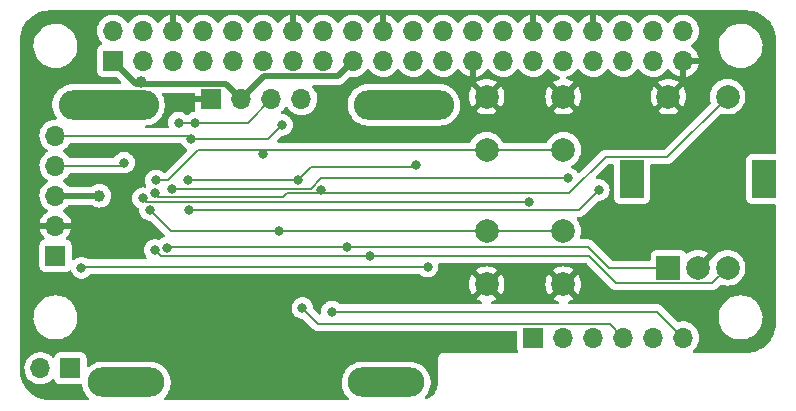
<source format=gtl>
G04 #@! TF.GenerationSoftware,KiCad,Pcbnew,(6.0.0)*
G04 #@! TF.CreationDate,2022-01-20T17:07:56-06:00*
G04 #@! TF.ProjectId,ctrl_board,6374726c-5f62-46f6-9172-642e6b696361,rev?*
G04 #@! TF.SameCoordinates,Original*
G04 #@! TF.FileFunction,Copper,L1,Top*
G04 #@! TF.FilePolarity,Positive*
%FSLAX46Y46*%
G04 Gerber Fmt 4.6, Leading zero omitted, Abs format (unit mm)*
G04 Created by KiCad (PCBNEW (6.0.0)) date 2022-01-20 17:07:56*
%MOMM*%
%LPD*%
G01*
G04 APERTURE LIST*
G04 #@! TA.AperFunction,ComponentPad*
%ADD10C,2.000000*%
G04 #@! TD*
G04 #@! TA.AperFunction,ComponentPad*
%ADD11R,1.700000X1.700000*%
G04 #@! TD*
G04 #@! TA.AperFunction,ComponentPad*
%ADD12O,1.700000X1.700000*%
G04 #@! TD*
G04 #@! TA.AperFunction,ComponentPad*
%ADD13O,8.500000X2.500000*%
G04 #@! TD*
G04 #@! TA.AperFunction,ComponentPad*
%ADD14O,6.500000X2.500000*%
G04 #@! TD*
G04 #@! TA.AperFunction,ComponentPad*
%ADD15R,2.000000X2.000000*%
G04 #@! TD*
G04 #@! TA.AperFunction,ComponentPad*
%ADD16R,2.000000X3.200000*%
G04 #@! TD*
G04 #@! TA.AperFunction,ViaPad*
%ADD17C,1.000000*%
G04 #@! TD*
G04 #@! TA.AperFunction,ViaPad*
%ADD18C,0.800000*%
G04 #@! TD*
G04 #@! TA.AperFunction,Conductor*
%ADD19C,0.200000*%
G04 #@! TD*
G04 #@! TA.AperFunction,Conductor*
%ADD20C,0.500000*%
G04 #@! TD*
G04 APERTURE END LIST*
D10*
X246500000Y-101800000D03*
X240000000Y-101800000D03*
X246500000Y-106300000D03*
X240000000Y-106300000D03*
X246500000Y-117700000D03*
X240000000Y-117700000D03*
X246500000Y-113200000D03*
X240000000Y-113200000D03*
D11*
X216690000Y-102000000D03*
D12*
X219230000Y-102000000D03*
X221770000Y-102000000D03*
X224310000Y-102000000D03*
D13*
X208000000Y-102500000D03*
X233000000Y-102500000D03*
D14*
X209500000Y-126000000D03*
X231500000Y-126000000D03*
D11*
X243950000Y-122200000D03*
D12*
X246490000Y-122200000D03*
X249030000Y-122200000D03*
X251570000Y-122200000D03*
X254110000Y-122200000D03*
X256650000Y-122200000D03*
D15*
X255400000Y-116300000D03*
D10*
X260400000Y-116300000D03*
X257900000Y-116300000D03*
D16*
X263500000Y-108800000D03*
X252300000Y-108800000D03*
D10*
X260400000Y-101800000D03*
X255400000Y-101800000D03*
D11*
X208370000Y-98770000D03*
D12*
X208370000Y-96230000D03*
X210910000Y-98770000D03*
X210910000Y-96230000D03*
X213450000Y-98770000D03*
X213450000Y-96230000D03*
X215990000Y-98770000D03*
X215990000Y-96230000D03*
X218530000Y-98770000D03*
X218530000Y-96230000D03*
X221070000Y-98770000D03*
X221070000Y-96230000D03*
X223610000Y-98770000D03*
X223610000Y-96230000D03*
X226150000Y-98770000D03*
X226150000Y-96230000D03*
X228690000Y-98770000D03*
X228690000Y-96230000D03*
X231230000Y-98770000D03*
X231230000Y-96230000D03*
X233770000Y-98770000D03*
X233770000Y-96230000D03*
X236310000Y-98770000D03*
X236310000Y-96230000D03*
X238850000Y-98770000D03*
X238850000Y-96230000D03*
X241390000Y-98770000D03*
X241390000Y-96230000D03*
X243930000Y-98770000D03*
X243930000Y-96230000D03*
X246470000Y-98770000D03*
X246470000Y-96230000D03*
X249010000Y-98770000D03*
X249010000Y-96230000D03*
X251550000Y-98770000D03*
X251550000Y-96230000D03*
X254090000Y-98770000D03*
X254090000Y-96230000D03*
X256630000Y-98770000D03*
X256630000Y-96230000D03*
D11*
X203500000Y-115270000D03*
D12*
X203500000Y-112730000D03*
X203500000Y-110190000D03*
X203500000Y-107650000D03*
X203500000Y-105110000D03*
D11*
X204770000Y-124800000D03*
D12*
X202230000Y-124800000D03*
D17*
X207210000Y-110190000D03*
X210741615Y-100550500D03*
D18*
X217300000Y-119900000D03*
X209100000Y-120500000D03*
X208900000Y-111100000D03*
X215000000Y-105399011D03*
X222700000Y-104200000D03*
X209300000Y-107400000D03*
X213925500Y-104000000D03*
X215324500Y-104000000D03*
X205700000Y-116300000D03*
X235000000Y-116200000D03*
X212000000Y-108900000D03*
X221058143Y-106679745D03*
X211500000Y-111400000D03*
X222400000Y-113200000D03*
X243600000Y-110700000D03*
X210900000Y-110400000D03*
X230099511Y-115299511D03*
X211900000Y-114800000D03*
X228200000Y-114500000D03*
X212900000Y-114600000D03*
X211900000Y-110000500D03*
X226000000Y-109700000D03*
X214800000Y-111400000D03*
X249500000Y-109700000D03*
X246900000Y-108700000D03*
X213400000Y-109600000D03*
X224400000Y-119700000D03*
X226900000Y-120000000D03*
X224000000Y-108900000D03*
X214719161Y-108889964D03*
X234048267Y-107599500D03*
D19*
X250999511Y-117599511D02*
X259100489Y-117599511D01*
X259100489Y-117599511D02*
X260400000Y-116300000D01*
X248699511Y-115299511D02*
X250999511Y-117599511D01*
X230099511Y-115299511D02*
X248699511Y-115299511D01*
D20*
X203500000Y-110190000D02*
X207210000Y-110190000D01*
X210891604Y-100700489D02*
X210741615Y-100550500D01*
X212399511Y-100700489D02*
X210891604Y-100700489D01*
X212399511Y-100700489D02*
X210300489Y-100700489D01*
X227390489Y-100069511D02*
X228690000Y-98770000D01*
X221160489Y-100069511D02*
X227390489Y-100069511D01*
X219230000Y-102000000D02*
X217930489Y-100700489D01*
X210300489Y-100700489D02*
X208370000Y-98770000D01*
X219230000Y-102000000D02*
X221160489Y-100069511D01*
X217930489Y-100700489D02*
X212399511Y-100700489D01*
D19*
X214710989Y-105110000D02*
X215000000Y-105399011D01*
X203500000Y-105110000D02*
X214710989Y-105110000D01*
X222700000Y-104200000D02*
X221500989Y-105399011D01*
X221500989Y-105399011D02*
X215000000Y-105399011D01*
X203500000Y-107650000D02*
X209050000Y-107650000D01*
X215324500Y-104000000D02*
X213925500Y-104000000D01*
X219770000Y-104000000D02*
X221770000Y-102000000D01*
X215324500Y-104000000D02*
X219770000Y-104000000D01*
X209050000Y-107650000D02*
X209300000Y-107400000D01*
X235000000Y-116200000D02*
X232000000Y-116200000D01*
X205800000Y-116200000D02*
X205700000Y-116300000D01*
X224000000Y-116200000D02*
X205800000Y-116200000D01*
X224000000Y-116200000D02*
X232000000Y-116200000D01*
X221000000Y-106621602D02*
X221000000Y-106300000D01*
X221000000Y-106300000D02*
X215600000Y-106300000D01*
X212000000Y-108900000D02*
X213000000Y-108900000D01*
X221058143Y-106679745D02*
X221000000Y-106621602D01*
X213000000Y-108900000D02*
X215600000Y-106300000D01*
X240000000Y-106300000D02*
X221000000Y-106300000D01*
X246500000Y-106300000D02*
X240000000Y-106300000D01*
X213300000Y-113200000D02*
X211500000Y-111400000D01*
X222400000Y-113200000D02*
X213300000Y-113200000D01*
X240000000Y-113200000D02*
X246500000Y-113200000D01*
X240000000Y-113200000D02*
X222400000Y-113200000D01*
X243600000Y-110700000D02*
X211200000Y-110700000D01*
X211200000Y-110700000D02*
X210900000Y-110400000D01*
X230099511Y-115299511D02*
X212399511Y-115299511D01*
X212399511Y-115299511D02*
X211900000Y-114800000D01*
X213000000Y-114500000D02*
X212900000Y-114600000D01*
X248600000Y-114500000D02*
X228200000Y-114500000D01*
X250400000Y-116300000D02*
X248600000Y-114500000D01*
X228200000Y-114500000D02*
X213000000Y-114500000D01*
X255400000Y-116300000D02*
X250400000Y-116300000D01*
X260400000Y-101800000D02*
X255299511Y-106900489D01*
X246999511Y-110000489D02*
X225999511Y-110000489D01*
X211900000Y-110000500D02*
X212199011Y-110299511D01*
X255299511Y-106900489D02*
X250099511Y-106900489D01*
X212199011Y-110299511D02*
X222800489Y-110299511D01*
X225999511Y-110000489D02*
X223099511Y-110000489D01*
X222800489Y-110299511D02*
X223099511Y-110000489D01*
X226000000Y-110000000D02*
X225999511Y-110000489D01*
X250099511Y-106900489D02*
X246999511Y-110000489D01*
X226000000Y-109700000D02*
X226000000Y-110000000D01*
X247800000Y-111400000D02*
X214800000Y-111400000D01*
X249500000Y-109700000D02*
X247800000Y-111400000D01*
X246900000Y-108700000D02*
X226000000Y-108700000D01*
X213400000Y-109600000D02*
X225100000Y-109600000D01*
X225100000Y-109600000D02*
X226000000Y-108700000D01*
X225750489Y-121050489D02*
X224400000Y-119700000D01*
X251570000Y-122200000D02*
X250420489Y-121050489D01*
X250420489Y-121050489D02*
X225750489Y-121050489D01*
X256650000Y-122200000D02*
X254450000Y-120000000D01*
X254450000Y-120000000D02*
X226900000Y-120000000D01*
X214719161Y-108889964D02*
X223989964Y-108889964D01*
X223989964Y-108889964D02*
X224000000Y-108900000D01*
X233847767Y-107800000D02*
X234048267Y-107599500D01*
X224000000Y-108900000D02*
X225100000Y-107800000D01*
X225100000Y-107800000D02*
X233847767Y-107800000D01*
G04 #@! TA.AperFunction,Conductor*
G36*
X261970057Y-94509500D02*
G01*
X261984858Y-94511805D01*
X261984861Y-94511805D01*
X261993730Y-94513186D01*
X262010899Y-94510941D01*
X262034839Y-94510108D01*
X262292770Y-94525710D01*
X262307874Y-94527544D01*
X262378648Y-94540514D01*
X262588879Y-94579040D01*
X262603641Y-94582678D01*
X262876408Y-94667675D01*
X262890627Y-94673069D01*
X263151140Y-94790316D01*
X263164609Y-94797385D01*
X263409095Y-94945182D01*
X263421617Y-94953825D01*
X263646507Y-95130016D01*
X263657895Y-95140106D01*
X263859894Y-95342105D01*
X263869984Y-95353493D01*
X264046175Y-95578383D01*
X264054818Y-95590905D01*
X264202615Y-95835391D01*
X264209684Y-95848860D01*
X264326138Y-96107611D01*
X264326930Y-96109370D01*
X264332325Y-96123592D01*
X264405370Y-96358000D01*
X264417321Y-96396353D01*
X264420960Y-96411121D01*
X264440559Y-96518069D01*
X264472456Y-96692126D01*
X264474290Y-96707230D01*
X264489455Y-96957929D01*
X264488198Y-96984639D01*
X264488195Y-96984859D01*
X264486814Y-96993730D01*
X264487978Y-97002632D01*
X264487978Y-97002635D01*
X264490936Y-97025251D01*
X264492000Y-97041589D01*
X264492000Y-106565500D01*
X264471998Y-106633621D01*
X264418342Y-106680114D01*
X264366000Y-106691500D01*
X262451866Y-106691500D01*
X262389684Y-106698255D01*
X262253295Y-106749385D01*
X262136739Y-106836739D01*
X262049385Y-106953295D01*
X261998255Y-107089684D01*
X261991500Y-107151866D01*
X261991500Y-110448134D01*
X261998255Y-110510316D01*
X262049385Y-110646705D01*
X262136739Y-110763261D01*
X262253295Y-110850615D01*
X262389684Y-110901745D01*
X262451866Y-110908500D01*
X264366000Y-110908500D01*
X264434121Y-110928502D01*
X264480614Y-110982158D01*
X264492000Y-111034500D01*
X264492000Y-120950672D01*
X264490500Y-120970056D01*
X264486814Y-120993730D01*
X264489059Y-121010897D01*
X264489892Y-121034839D01*
X264474290Y-121292770D01*
X264472456Y-121307874D01*
X264466862Y-121338401D01*
X264423141Y-121576984D01*
X264420962Y-121588873D01*
X264417322Y-121603641D01*
X264366692Y-121766119D01*
X264332326Y-121876404D01*
X264326931Y-121890627D01*
X264230000Y-122106001D01*
X264209686Y-122151136D01*
X264202615Y-122164609D01*
X264054818Y-122409095D01*
X264046175Y-122421617D01*
X263869984Y-122646507D01*
X263859894Y-122657895D01*
X263657895Y-122859894D01*
X263646507Y-122869984D01*
X263421617Y-123046175D01*
X263409095Y-123054818D01*
X263164609Y-123202615D01*
X263151140Y-123209684D01*
X262913511Y-123316632D01*
X262890630Y-123326930D01*
X262876408Y-123332325D01*
X262603641Y-123417322D01*
X262588879Y-123420960D01*
X262378781Y-123459462D01*
X262307874Y-123472456D01*
X262292770Y-123474290D01*
X262042071Y-123489455D01*
X262015361Y-123488198D01*
X262015141Y-123488195D01*
X262006270Y-123486814D01*
X261997368Y-123487978D01*
X261997365Y-123487978D01*
X261974749Y-123490936D01*
X261958411Y-123492000D01*
X257571837Y-123492000D01*
X257503716Y-123471998D01*
X257457223Y-123418342D01*
X257447119Y-123348068D01*
X257476613Y-123283488D01*
X257498669Y-123263421D01*
X257529860Y-123241173D01*
X257688096Y-123083489D01*
X257818453Y-122902077D01*
X257831995Y-122874678D01*
X257915136Y-122706453D01*
X257915137Y-122706451D01*
X257917430Y-122701811D01*
X257982370Y-122488069D01*
X258011529Y-122266590D01*
X258011611Y-122263240D01*
X258013074Y-122203365D01*
X258013074Y-122203361D01*
X258013156Y-122200000D01*
X257994852Y-121977361D01*
X257940431Y-121760702D01*
X257851354Y-121555840D01*
X257730014Y-121368277D01*
X257579670Y-121203051D01*
X257575619Y-121199852D01*
X257575615Y-121199848D01*
X257408414Y-121067800D01*
X257408410Y-121067798D01*
X257404359Y-121064598D01*
X257208789Y-120956638D01*
X257203920Y-120954914D01*
X257203916Y-120954912D01*
X257003087Y-120883795D01*
X257003083Y-120883794D01*
X256998212Y-120882069D01*
X256993119Y-120881162D01*
X256993116Y-120881161D01*
X256783373Y-120843800D01*
X256783367Y-120843799D01*
X256778284Y-120842894D01*
X256704452Y-120841992D01*
X256560081Y-120840228D01*
X256560079Y-120840228D01*
X256554911Y-120840165D01*
X256407627Y-120862703D01*
X256339200Y-120873173D01*
X256339197Y-120873174D01*
X256334091Y-120873955D01*
X256329176Y-120875562D01*
X256329174Y-120875562D01*
X256294890Y-120886768D01*
X256223927Y-120888921D01*
X256166648Y-120856099D01*
X255852826Y-120542277D01*
X259637009Y-120542277D01*
X259662625Y-120810769D01*
X259663710Y-120815203D01*
X259663711Y-120815209D01*
X259714515Y-121022828D01*
X259726731Y-121072750D01*
X259827985Y-121322733D01*
X259964265Y-121555482D01*
X260034517Y-121643327D01*
X260084686Y-121706060D01*
X260132716Y-121766119D01*
X260329809Y-121950234D01*
X260551416Y-122103968D01*
X260555499Y-122105999D01*
X260555502Y-122106001D01*
X260646228Y-122151136D01*
X260792894Y-122224101D01*
X260797228Y-122225522D01*
X260797231Y-122225523D01*
X261044853Y-122306698D01*
X261044859Y-122306699D01*
X261049186Y-122308118D01*
X261053677Y-122308898D01*
X261053678Y-122308898D01*
X261311140Y-122353601D01*
X261311148Y-122353602D01*
X261314921Y-122354257D01*
X261318758Y-122354448D01*
X261398578Y-122358422D01*
X261398586Y-122358422D01*
X261400149Y-122358500D01*
X261568512Y-122358500D01*
X261570780Y-122358335D01*
X261570792Y-122358335D01*
X261701884Y-122348823D01*
X261769004Y-122343953D01*
X261773459Y-122342969D01*
X261773462Y-122342969D01*
X262027912Y-122286791D01*
X262027916Y-122286790D01*
X262032372Y-122285806D01*
X262158480Y-122238028D01*
X262280318Y-122191868D01*
X262280321Y-122191867D01*
X262284588Y-122190250D01*
X262520368Y-122059286D01*
X262734773Y-121895657D01*
X262739688Y-121890630D01*
X262871342Y-121755954D01*
X262923312Y-121702792D01*
X263082034Y-121484730D01*
X263143303Y-121368277D01*
X263205490Y-121250079D01*
X263205493Y-121250073D01*
X263207615Y-121246039D01*
X263270378Y-121068312D01*
X263295902Y-120996033D01*
X263295902Y-120996032D01*
X263297425Y-120991720D01*
X263333987Y-120806217D01*
X263348700Y-120731572D01*
X263348701Y-120731566D01*
X263349581Y-120727100D01*
X263351405Y-120690468D01*
X263362764Y-120462292D01*
X263362764Y-120462286D01*
X263362991Y-120457723D01*
X263337375Y-120189231D01*
X263308581Y-120071556D01*
X263274355Y-119931688D01*
X263273269Y-119927250D01*
X263172015Y-119677267D01*
X263074118Y-119510072D01*
X263038045Y-119448463D01*
X263038044Y-119448462D01*
X263035735Y-119444518D01*
X262917928Y-119297208D01*
X262870136Y-119237447D01*
X262870135Y-119237445D01*
X262867284Y-119233881D01*
X262670191Y-119049766D01*
X262448584Y-118896032D01*
X262444501Y-118894001D01*
X262444498Y-118893999D01*
X262279606Y-118811967D01*
X262207106Y-118775899D01*
X262202772Y-118774478D01*
X262202769Y-118774477D01*
X261955147Y-118693302D01*
X261955141Y-118693301D01*
X261950814Y-118691882D01*
X261946322Y-118691102D01*
X261688860Y-118646399D01*
X261688852Y-118646398D01*
X261685079Y-118645743D01*
X261673817Y-118645182D01*
X261601422Y-118641578D01*
X261601414Y-118641578D01*
X261599851Y-118641500D01*
X261431488Y-118641500D01*
X261429220Y-118641665D01*
X261429208Y-118641665D01*
X261298116Y-118651177D01*
X261230996Y-118656047D01*
X261226541Y-118657031D01*
X261226538Y-118657031D01*
X260972088Y-118713209D01*
X260972084Y-118713210D01*
X260967628Y-118714194D01*
X260841520Y-118761972D01*
X260719682Y-118808132D01*
X260719679Y-118808133D01*
X260715412Y-118809750D01*
X260479632Y-118940714D01*
X260476000Y-118943486D01*
X260280258Y-119092872D01*
X260265227Y-119104343D01*
X260262034Y-119107609D01*
X260262032Y-119107611D01*
X260212629Y-119158148D01*
X260076688Y-119297208D01*
X259917966Y-119515270D01*
X259915844Y-119519304D01*
X259794510Y-119749921D01*
X259794507Y-119749927D01*
X259792385Y-119753961D01*
X259790865Y-119758266D01*
X259790863Y-119758270D01*
X259707817Y-119993435D01*
X259702575Y-120008280D01*
X259680139Y-120122111D01*
X259666773Y-120189928D01*
X259650419Y-120272900D01*
X259650192Y-120277453D01*
X259650192Y-120277456D01*
X259639556Y-120491118D01*
X259637009Y-120542277D01*
X255852826Y-120542277D01*
X254914315Y-119603766D01*
X254903448Y-119591375D01*
X254889013Y-119572563D01*
X254883987Y-119566013D01*
X254852075Y-119541526D01*
X254852072Y-119541523D01*
X254756876Y-119468476D01*
X254608851Y-119407162D01*
X254600664Y-119406084D01*
X254600663Y-119406084D01*
X254589458Y-119404609D01*
X254558262Y-119400502D01*
X254489885Y-119391500D01*
X254489882Y-119391500D01*
X254489874Y-119391499D01*
X254458189Y-119387328D01*
X254450000Y-119386250D01*
X254418307Y-119390422D01*
X254401864Y-119391500D01*
X246978722Y-119391500D01*
X246910601Y-119371498D01*
X246864108Y-119317842D01*
X246854004Y-119247568D01*
X246883498Y-119182988D01*
X246949307Y-119142982D01*
X246962618Y-119139786D01*
X246972012Y-119136734D01*
X247182163Y-119049687D01*
X247190958Y-119045205D01*
X247358445Y-118942568D01*
X247367907Y-118932110D01*
X247364124Y-118923334D01*
X246512812Y-118072022D01*
X246498868Y-118064408D01*
X246497035Y-118064539D01*
X246490420Y-118068790D01*
X245638920Y-118920290D01*
X245632160Y-118932670D01*
X245637887Y-118940320D01*
X245809042Y-119045205D01*
X245817837Y-119049687D01*
X246027988Y-119136734D01*
X246037382Y-119139786D01*
X246050693Y-119142982D01*
X246112262Y-119178334D01*
X246144944Y-119241361D01*
X246138363Y-119312052D01*
X246094609Y-119367963D01*
X246021278Y-119391500D01*
X240478722Y-119391500D01*
X240410601Y-119371498D01*
X240364108Y-119317842D01*
X240354004Y-119247568D01*
X240383498Y-119182988D01*
X240449307Y-119142982D01*
X240462618Y-119139786D01*
X240472012Y-119136734D01*
X240682163Y-119049687D01*
X240690958Y-119045205D01*
X240858445Y-118942568D01*
X240867907Y-118932110D01*
X240864124Y-118923334D01*
X240012812Y-118072022D01*
X239998868Y-118064408D01*
X239997035Y-118064539D01*
X239990420Y-118068790D01*
X239138920Y-118920290D01*
X239132160Y-118932670D01*
X239137887Y-118940320D01*
X239309042Y-119045205D01*
X239317837Y-119049687D01*
X239527988Y-119136734D01*
X239537382Y-119139786D01*
X239550693Y-119142982D01*
X239612262Y-119178334D01*
X239644944Y-119241361D01*
X239638363Y-119312052D01*
X239594609Y-119367963D01*
X239521278Y-119391500D01*
X227630710Y-119391500D01*
X227562589Y-119371498D01*
X227537074Y-119349811D01*
X227515668Y-119326037D01*
X227515666Y-119326036D01*
X227511253Y-119321134D01*
X227473824Y-119293940D01*
X227362094Y-119212763D01*
X227362093Y-119212762D01*
X227356752Y-119208882D01*
X227350724Y-119206198D01*
X227350722Y-119206197D01*
X227188319Y-119133891D01*
X227188318Y-119133891D01*
X227182288Y-119131206D01*
X227071283Y-119107611D01*
X227001944Y-119092872D01*
X227001939Y-119092872D01*
X226995487Y-119091500D01*
X226804513Y-119091500D01*
X226798061Y-119092872D01*
X226798056Y-119092872D01*
X226728717Y-119107611D01*
X226617712Y-119131206D01*
X226611682Y-119133891D01*
X226611681Y-119133891D01*
X226449278Y-119206197D01*
X226449276Y-119206198D01*
X226443248Y-119208882D01*
X226437907Y-119212762D01*
X226437906Y-119212763D01*
X226387843Y-119249136D01*
X226288747Y-119321134D01*
X226284326Y-119326044D01*
X226284325Y-119326045D01*
X226174100Y-119448463D01*
X226160960Y-119463056D01*
X226065473Y-119628444D01*
X226006458Y-119810072D01*
X225986496Y-120000000D01*
X225987186Y-120006565D01*
X225999330Y-120122111D01*
X225986558Y-120191949D01*
X225938056Y-120243796D01*
X225869223Y-120261190D01*
X225801913Y-120238608D01*
X225784925Y-120224376D01*
X225349719Y-119789170D01*
X225315693Y-119726858D01*
X225313159Y-119703284D01*
X225313504Y-119700000D01*
X225296848Y-119541523D01*
X225294232Y-119516635D01*
X225294232Y-119516633D01*
X225293542Y-119510072D01*
X225234527Y-119328444D01*
X225139040Y-119163056D01*
X225011253Y-119021134D01*
X224889493Y-118932670D01*
X224862094Y-118912763D01*
X224862093Y-118912762D01*
X224856752Y-118908882D01*
X224850724Y-118906198D01*
X224850722Y-118906197D01*
X224688319Y-118833891D01*
X224688318Y-118833891D01*
X224682288Y-118831206D01*
X224573734Y-118808132D01*
X224501944Y-118792872D01*
X224501939Y-118792872D01*
X224495487Y-118791500D01*
X224304513Y-118791500D01*
X224298061Y-118792872D01*
X224298056Y-118792872D01*
X224226266Y-118808132D01*
X224117712Y-118831206D01*
X224111682Y-118833891D01*
X224111681Y-118833891D01*
X223949278Y-118906197D01*
X223949276Y-118906198D01*
X223943248Y-118908882D01*
X223937907Y-118912762D01*
X223937906Y-118912763D01*
X223910507Y-118932670D01*
X223788747Y-119021134D01*
X223660960Y-119163056D01*
X223565473Y-119328444D01*
X223506458Y-119510072D01*
X223505768Y-119516633D01*
X223505768Y-119516635D01*
X223503152Y-119541523D01*
X223486496Y-119700000D01*
X223506458Y-119889928D01*
X223565473Y-120071556D01*
X223660960Y-120236944D01*
X223665378Y-120241851D01*
X223665379Y-120241852D01*
X223682791Y-120261190D01*
X223788747Y-120378866D01*
X223875628Y-120441989D01*
X223903573Y-120462292D01*
X223943248Y-120491118D01*
X223949276Y-120493802D01*
X223949278Y-120493803D01*
X224111681Y-120566109D01*
X224117712Y-120568794D01*
X224211113Y-120588647D01*
X224298056Y-120607128D01*
X224298061Y-120607128D01*
X224304513Y-120608500D01*
X224395761Y-120608500D01*
X224463882Y-120628502D01*
X224484856Y-120645405D01*
X225286174Y-121446723D01*
X225297041Y-121459114D01*
X225316502Y-121484476D01*
X225323052Y-121489502D01*
X225348410Y-121508960D01*
X225348426Y-121508974D01*
X225394883Y-121544621D01*
X225443613Y-121582013D01*
X225591638Y-121643327D01*
X225599825Y-121644405D01*
X225599826Y-121644405D01*
X225611031Y-121645880D01*
X225642227Y-121649987D01*
X225710604Y-121658989D01*
X225710607Y-121658989D01*
X225710615Y-121658990D01*
X225742300Y-121663161D01*
X225750489Y-121664239D01*
X225782182Y-121660067D01*
X225798625Y-121658989D01*
X242465500Y-121658989D01*
X242533621Y-121678991D01*
X242580114Y-121732647D01*
X242591500Y-121784989D01*
X242591500Y-123098134D01*
X242598255Y-123160316D01*
X242614112Y-123202615D01*
X242639020Y-123269056D01*
X242649385Y-123296705D01*
X242654768Y-123303888D01*
X242655646Y-123305491D01*
X242670815Y-123374848D01*
X242646079Y-123441396D01*
X242589291Y-123484006D01*
X242545126Y-123492000D01*
X236408702Y-123492000D01*
X236407932Y-123491998D01*
X236407078Y-123491993D01*
X236330348Y-123491524D01*
X236321719Y-123493990D01*
X236321714Y-123493991D01*
X236301952Y-123499639D01*
X236285191Y-123503217D01*
X236264848Y-123506130D01*
X236264838Y-123506133D01*
X236255955Y-123507405D01*
X236232605Y-123518021D01*
X236215093Y-123524464D01*
X236202200Y-123528149D01*
X236190435Y-123531512D01*
X236165452Y-123547274D01*
X236150386Y-123555404D01*
X236123490Y-123567633D01*
X236104061Y-123584374D01*
X236089053Y-123595479D01*
X236067369Y-123609160D01*
X236061427Y-123615888D01*
X236047819Y-123631296D01*
X236035627Y-123643340D01*
X236013253Y-123662619D01*
X236008374Y-123670147D01*
X236008371Y-123670150D01*
X235999304Y-123684139D01*
X235988014Y-123699013D01*
X235971044Y-123718228D01*
X235958490Y-123744966D01*
X235950176Y-123759935D01*
X235934107Y-123784727D01*
X235931535Y-123793327D01*
X235926761Y-123809290D01*
X235920099Y-123826736D01*
X235909201Y-123849948D01*
X235904729Y-123878671D01*
X235904658Y-123879128D01*
X235900874Y-123895849D01*
X235894986Y-123915536D01*
X235894985Y-123915539D01*
X235892413Y-123924141D01*
X235892358Y-123933116D01*
X235892358Y-123933117D01*
X235892203Y-123958546D01*
X235892170Y-123959328D01*
X235892000Y-123960423D01*
X235892000Y-123991298D01*
X235891998Y-123992068D01*
X235891524Y-124069652D01*
X235891908Y-124070996D01*
X235892000Y-124072341D01*
X235892000Y-125950672D01*
X235890500Y-125970056D01*
X235886814Y-125993730D01*
X235887978Y-126002632D01*
X235887978Y-126002634D01*
X235888805Y-126008959D01*
X235889548Y-126034282D01*
X235880227Y-126164609D01*
X235877457Y-126203343D01*
X235874899Y-126221137D01*
X235833480Y-126411538D01*
X235828414Y-126428788D01*
X235760318Y-126611358D01*
X235752851Y-126627710D01*
X235659469Y-126798729D01*
X235649752Y-126813848D01*
X235592135Y-126890816D01*
X235532977Y-126969842D01*
X235521204Y-126983428D01*
X235383428Y-127121204D01*
X235369841Y-127132977D01*
X235213848Y-127249752D01*
X235198734Y-127259466D01*
X235130112Y-127296936D01*
X235027710Y-127352851D01*
X235011359Y-127360318D01*
X234936588Y-127388207D01*
X234865772Y-127393273D01*
X234803459Y-127359248D01*
X234769434Y-127296936D01*
X234774498Y-127226121D01*
X234800779Y-127183820D01*
X234867231Y-127113179D01*
X234867240Y-127113168D01*
X234870443Y-127109763D01*
X235019424Y-126895009D01*
X235135025Y-126660593D01*
X235154005Y-126601301D01*
X235213280Y-126416123D01*
X235214707Y-126411665D01*
X235256721Y-126153693D01*
X235259824Y-125916632D01*
X235260081Y-125897022D01*
X235260081Y-125897019D01*
X235260142Y-125892345D01*
X235224896Y-125633362D01*
X235210473Y-125583877D01*
X235153068Y-125386932D01*
X235151757Y-125382433D01*
X235042332Y-125145072D01*
X234954138Y-125010554D01*
X234901590Y-124930404D01*
X234901586Y-124930399D01*
X234899024Y-124926491D01*
X234724982Y-124731494D01*
X234524030Y-124564363D01*
X234476844Y-124535730D01*
X234304578Y-124431196D01*
X234304574Y-124431194D01*
X234300581Y-124428771D01*
X234059545Y-124327697D01*
X233806217Y-124263359D01*
X233801566Y-124262891D01*
X233801562Y-124262890D01*
X233592271Y-124241816D01*
X233589133Y-124241500D01*
X229433646Y-124241500D01*
X229431321Y-124241673D01*
X229431315Y-124241673D01*
X229244000Y-124255593D01*
X229243996Y-124255594D01*
X229239348Y-124255939D01*
X229234800Y-124256968D01*
X229234794Y-124256969D01*
X229048399Y-124299147D01*
X228984423Y-124313623D01*
X228980071Y-124315315D01*
X228980069Y-124315316D01*
X228745176Y-124406660D01*
X228745173Y-124406661D01*
X228740823Y-124408353D01*
X228513902Y-124538049D01*
X228308643Y-124699862D01*
X228129557Y-124890237D01*
X227980576Y-125104991D01*
X227978510Y-125109181D01*
X227978508Y-125109184D01*
X227929956Y-125207639D01*
X227864975Y-125339407D01*
X227863553Y-125343850D01*
X227863552Y-125343852D01*
X227812904Y-125502077D01*
X227785293Y-125588335D01*
X227743279Y-125846307D01*
X227742324Y-125919242D01*
X227740021Y-126095229D01*
X227739858Y-126107655D01*
X227775104Y-126366638D01*
X227776412Y-126371124D01*
X227776412Y-126371126D01*
X227790758Y-126420345D01*
X227848243Y-126617567D01*
X227850203Y-126621820D01*
X227850204Y-126621821D01*
X227864348Y-126652501D01*
X227957668Y-126854928D01*
X227960231Y-126858837D01*
X228098410Y-127069596D01*
X228098414Y-127069601D01*
X228100976Y-127073509D01*
X228275018Y-127268506D01*
X228278611Y-127271494D01*
X228281978Y-127274746D01*
X228280544Y-127276231D01*
X228315358Y-127328101D01*
X228316772Y-127399083D01*
X228279586Y-127459562D01*
X228215605Y-127490336D01*
X228195193Y-127492000D01*
X212802389Y-127492000D01*
X212734268Y-127471998D01*
X212687775Y-127418342D01*
X212677671Y-127348068D01*
X212710614Y-127279667D01*
X212848606Y-127132977D01*
X212870443Y-127109763D01*
X213019424Y-126895009D01*
X213135025Y-126660593D01*
X213154005Y-126601301D01*
X213213280Y-126416123D01*
X213214707Y-126411665D01*
X213256721Y-126153693D01*
X213259824Y-125916632D01*
X213260081Y-125897022D01*
X213260081Y-125897019D01*
X213260142Y-125892345D01*
X213224896Y-125633362D01*
X213210473Y-125583877D01*
X213153068Y-125386932D01*
X213151757Y-125382433D01*
X213042332Y-125145072D01*
X212954138Y-125010554D01*
X212901590Y-124930404D01*
X212901586Y-124930399D01*
X212899024Y-124926491D01*
X212724982Y-124731494D01*
X212524030Y-124564363D01*
X212476844Y-124535730D01*
X212304578Y-124431196D01*
X212304574Y-124431194D01*
X212300581Y-124428771D01*
X212059545Y-124327697D01*
X211806217Y-124263359D01*
X211801566Y-124262891D01*
X211801562Y-124262890D01*
X211592271Y-124241816D01*
X211589133Y-124241500D01*
X207433646Y-124241500D01*
X207431321Y-124241673D01*
X207431315Y-124241673D01*
X207244000Y-124255593D01*
X207243996Y-124255594D01*
X207239348Y-124255939D01*
X207234800Y-124256968D01*
X207234794Y-124256969D01*
X207048399Y-124299147D01*
X206984423Y-124313623D01*
X206980071Y-124315315D01*
X206980069Y-124315316D01*
X206745176Y-124406660D01*
X206745173Y-124406661D01*
X206740823Y-124408353D01*
X206513902Y-124538049D01*
X206332506Y-124681050D01*
X206266626Y-124707515D01*
X206196897Y-124694162D01*
X206145456Y-124645230D01*
X206128500Y-124582100D01*
X206128500Y-123901866D01*
X206121745Y-123839684D01*
X206070615Y-123703295D01*
X205983261Y-123586739D01*
X205866705Y-123499385D01*
X205730316Y-123448255D01*
X205668134Y-123441500D01*
X203871866Y-123441500D01*
X203809684Y-123448255D01*
X203673295Y-123499385D01*
X203556739Y-123586739D01*
X203469385Y-123703295D01*
X203466233Y-123711703D01*
X203424919Y-123821907D01*
X203382277Y-123878671D01*
X203315716Y-123903371D01*
X203246367Y-123888163D01*
X203213743Y-123862476D01*
X203163151Y-123806875D01*
X203163142Y-123806866D01*
X203159670Y-123803051D01*
X203155619Y-123799852D01*
X203155615Y-123799848D01*
X202988414Y-123667800D01*
X202988410Y-123667798D01*
X202984359Y-123664598D01*
X202970163Y-123656761D01*
X202924032Y-123631296D01*
X202788789Y-123556638D01*
X202783920Y-123554914D01*
X202783916Y-123554912D01*
X202583087Y-123483795D01*
X202583083Y-123483794D01*
X202578212Y-123482069D01*
X202573119Y-123481162D01*
X202573116Y-123481161D01*
X202363373Y-123443800D01*
X202363367Y-123443799D01*
X202358284Y-123442894D01*
X202284452Y-123441992D01*
X202140081Y-123440228D01*
X202140079Y-123440228D01*
X202134911Y-123440165D01*
X201914091Y-123473955D01*
X201701756Y-123543357D01*
X201503607Y-123646507D01*
X201499474Y-123649610D01*
X201499471Y-123649612D01*
X201329544Y-123777197D01*
X201324965Y-123780635D01*
X201297582Y-123809290D01*
X201231280Y-123878671D01*
X201170629Y-123942138D01*
X201167715Y-123946410D01*
X201167714Y-123946411D01*
X201152798Y-123968277D01*
X201044743Y-124126680D01*
X201042564Y-124131375D01*
X200989878Y-124244878D01*
X200950688Y-124329305D01*
X200890989Y-124544570D01*
X200867251Y-124766695D01*
X200880110Y-124989715D01*
X200881247Y-124994761D01*
X200881248Y-124994767D01*
X200891909Y-125042071D01*
X200929222Y-125207639D01*
X201013266Y-125414616D01*
X201129987Y-125605088D01*
X201276250Y-125773938D01*
X201448126Y-125916632D01*
X201641000Y-126029338D01*
X201849692Y-126109030D01*
X201854760Y-126110061D01*
X201854763Y-126110062D01*
X201962017Y-126131883D01*
X202068597Y-126153567D01*
X202073772Y-126153757D01*
X202073774Y-126153757D01*
X202286673Y-126161564D01*
X202286677Y-126161564D01*
X202291837Y-126161753D01*
X202296957Y-126161097D01*
X202296959Y-126161097D01*
X202508288Y-126134025D01*
X202508289Y-126134025D01*
X202513416Y-126133368D01*
X202518366Y-126131883D01*
X202722429Y-126070661D01*
X202722434Y-126070659D01*
X202727384Y-126069174D01*
X202927994Y-125970896D01*
X203109860Y-125841173D01*
X203218091Y-125733319D01*
X203280462Y-125699404D01*
X203351268Y-125704592D01*
X203408030Y-125747238D01*
X203425012Y-125778341D01*
X203449691Y-125844171D01*
X203469385Y-125896705D01*
X203556739Y-126013261D01*
X203673295Y-126100615D01*
X203809684Y-126151745D01*
X203871866Y-126158500D01*
X205636764Y-126158500D01*
X205704885Y-126178502D01*
X205751378Y-126232158D01*
X205761613Y-126267509D01*
X205775104Y-126366638D01*
X205776412Y-126371124D01*
X205776412Y-126371126D01*
X205790758Y-126420345D01*
X205848243Y-126617567D01*
X205850203Y-126621820D01*
X205850204Y-126621821D01*
X205864348Y-126652501D01*
X205957668Y-126854928D01*
X205960231Y-126858837D01*
X206098410Y-127069596D01*
X206098414Y-127069601D01*
X206100976Y-127073509D01*
X206275018Y-127268506D01*
X206278611Y-127271494D01*
X206281978Y-127274746D01*
X206280544Y-127276231D01*
X206315358Y-127328101D01*
X206316772Y-127399083D01*
X206279586Y-127459562D01*
X206215605Y-127490336D01*
X206195193Y-127492000D01*
X203049328Y-127492000D01*
X203029943Y-127490500D01*
X203015142Y-127488195D01*
X203015139Y-127488195D01*
X203006270Y-127486814D01*
X202989101Y-127489059D01*
X202965161Y-127489892D01*
X202707230Y-127474290D01*
X202692126Y-127472456D01*
X202621352Y-127459486D01*
X202411121Y-127420960D01*
X202396359Y-127417322D01*
X202123592Y-127332325D01*
X202109370Y-127326930D01*
X201848860Y-127209684D01*
X201835391Y-127202615D01*
X201590905Y-127054818D01*
X201578383Y-127046175D01*
X201353493Y-126869984D01*
X201342105Y-126859894D01*
X201140106Y-126657895D01*
X201130016Y-126646507D01*
X200953825Y-126421617D01*
X200945182Y-126409095D01*
X200797385Y-126164609D01*
X200790314Y-126151136D01*
X200782318Y-126133368D01*
X200673069Y-125890627D01*
X200667674Y-125876404D01*
X200659752Y-125850980D01*
X200582678Y-125603641D01*
X200579038Y-125588873D01*
X200578940Y-125588335D01*
X200534137Y-125343852D01*
X200527544Y-125307874D01*
X200525710Y-125292770D01*
X200510545Y-125042071D01*
X200511802Y-125015361D01*
X200511805Y-125015141D01*
X200513186Y-125006270D01*
X200510727Y-124987461D01*
X200509064Y-124974749D01*
X200508000Y-124958411D01*
X200508000Y-120542277D01*
X201637009Y-120542277D01*
X201662625Y-120810769D01*
X201663710Y-120815203D01*
X201663711Y-120815209D01*
X201714515Y-121022828D01*
X201726731Y-121072750D01*
X201827985Y-121322733D01*
X201964265Y-121555482D01*
X202034517Y-121643327D01*
X202084686Y-121706060D01*
X202132716Y-121766119D01*
X202329809Y-121950234D01*
X202551416Y-122103968D01*
X202555499Y-122105999D01*
X202555502Y-122106001D01*
X202646228Y-122151136D01*
X202792894Y-122224101D01*
X202797228Y-122225522D01*
X202797231Y-122225523D01*
X203044853Y-122306698D01*
X203044859Y-122306699D01*
X203049186Y-122308118D01*
X203053677Y-122308898D01*
X203053678Y-122308898D01*
X203311140Y-122353601D01*
X203311148Y-122353602D01*
X203314921Y-122354257D01*
X203318758Y-122354448D01*
X203398578Y-122358422D01*
X203398586Y-122358422D01*
X203400149Y-122358500D01*
X203568512Y-122358500D01*
X203570780Y-122358335D01*
X203570792Y-122358335D01*
X203701884Y-122348823D01*
X203769004Y-122343953D01*
X203773459Y-122342969D01*
X203773462Y-122342969D01*
X204027912Y-122286791D01*
X204027916Y-122286790D01*
X204032372Y-122285806D01*
X204158480Y-122238028D01*
X204280318Y-122191868D01*
X204280321Y-122191867D01*
X204284588Y-122190250D01*
X204520368Y-122059286D01*
X204734773Y-121895657D01*
X204739688Y-121890630D01*
X204871342Y-121755954D01*
X204923312Y-121702792D01*
X205082034Y-121484730D01*
X205143303Y-121368277D01*
X205205490Y-121250079D01*
X205205493Y-121250073D01*
X205207615Y-121246039D01*
X205270378Y-121068312D01*
X205295902Y-120996033D01*
X205295902Y-120996032D01*
X205297425Y-120991720D01*
X205333987Y-120806217D01*
X205348700Y-120731572D01*
X205348701Y-120731566D01*
X205349581Y-120727100D01*
X205351405Y-120690468D01*
X205362764Y-120462292D01*
X205362764Y-120462286D01*
X205362991Y-120457723D01*
X205337375Y-120189231D01*
X205308581Y-120071556D01*
X205274355Y-119931688D01*
X205273269Y-119927250D01*
X205172015Y-119677267D01*
X205074118Y-119510072D01*
X205038045Y-119448463D01*
X205038044Y-119448462D01*
X205035735Y-119444518D01*
X204917928Y-119297208D01*
X204870136Y-119237447D01*
X204870135Y-119237445D01*
X204867284Y-119233881D01*
X204670191Y-119049766D01*
X204448584Y-118896032D01*
X204444501Y-118894001D01*
X204444498Y-118893999D01*
X204279606Y-118811967D01*
X204207106Y-118775899D01*
X204202772Y-118774478D01*
X204202769Y-118774477D01*
X203955147Y-118693302D01*
X203955141Y-118693301D01*
X203950814Y-118691882D01*
X203946322Y-118691102D01*
X203688860Y-118646399D01*
X203688852Y-118646398D01*
X203685079Y-118645743D01*
X203673817Y-118645182D01*
X203601422Y-118641578D01*
X203601414Y-118641578D01*
X203599851Y-118641500D01*
X203431488Y-118641500D01*
X203429220Y-118641665D01*
X203429208Y-118641665D01*
X203298116Y-118651177D01*
X203230996Y-118656047D01*
X203226541Y-118657031D01*
X203226538Y-118657031D01*
X202972088Y-118713209D01*
X202972084Y-118713210D01*
X202967628Y-118714194D01*
X202841520Y-118761972D01*
X202719682Y-118808132D01*
X202719679Y-118808133D01*
X202715412Y-118809750D01*
X202479632Y-118940714D01*
X202476000Y-118943486D01*
X202280258Y-119092872D01*
X202265227Y-119104343D01*
X202262034Y-119107609D01*
X202262032Y-119107611D01*
X202212629Y-119158148D01*
X202076688Y-119297208D01*
X201917966Y-119515270D01*
X201915844Y-119519304D01*
X201794510Y-119749921D01*
X201794507Y-119749927D01*
X201792385Y-119753961D01*
X201790865Y-119758266D01*
X201790863Y-119758270D01*
X201707817Y-119993435D01*
X201702575Y-120008280D01*
X201680139Y-120122111D01*
X201666773Y-120189928D01*
X201650419Y-120272900D01*
X201650192Y-120277453D01*
X201650192Y-120277456D01*
X201639556Y-120491118D01*
X201637009Y-120542277D01*
X200508000Y-120542277D01*
X200508000Y-117704930D01*
X238487725Y-117704930D01*
X238505572Y-117931699D01*
X238507115Y-117941446D01*
X238560217Y-118162627D01*
X238563266Y-118172012D01*
X238650313Y-118382163D01*
X238654795Y-118390958D01*
X238757432Y-118558445D01*
X238767890Y-118567907D01*
X238776666Y-118564124D01*
X239627978Y-117712812D01*
X239634356Y-117701132D01*
X240364408Y-117701132D01*
X240364539Y-117702965D01*
X240368790Y-117709580D01*
X241220290Y-118561080D01*
X241232670Y-118567840D01*
X241240320Y-118562113D01*
X241345205Y-118390958D01*
X241349687Y-118382163D01*
X241436734Y-118172012D01*
X241439783Y-118162627D01*
X241492885Y-117941446D01*
X241494428Y-117931699D01*
X241512275Y-117704930D01*
X244987725Y-117704930D01*
X245005572Y-117931699D01*
X245007115Y-117941446D01*
X245060217Y-118162627D01*
X245063266Y-118172012D01*
X245150313Y-118382163D01*
X245154795Y-118390958D01*
X245257432Y-118558445D01*
X245267890Y-118567907D01*
X245276666Y-118564124D01*
X246127978Y-117712812D01*
X246134356Y-117701132D01*
X246864408Y-117701132D01*
X246864539Y-117702965D01*
X246868790Y-117709580D01*
X247720290Y-118561080D01*
X247732670Y-118567840D01*
X247740320Y-118562113D01*
X247845205Y-118390958D01*
X247849687Y-118382163D01*
X247936734Y-118172012D01*
X247939783Y-118162627D01*
X247992885Y-117941446D01*
X247994428Y-117931699D01*
X248012275Y-117704930D01*
X248012275Y-117695070D01*
X247994428Y-117468301D01*
X247992885Y-117458554D01*
X247939783Y-117237373D01*
X247936734Y-117227988D01*
X247849687Y-117017837D01*
X247845205Y-117009042D01*
X247742568Y-116841555D01*
X247732110Y-116832093D01*
X247723334Y-116835876D01*
X246872022Y-117687188D01*
X246864408Y-117701132D01*
X246134356Y-117701132D01*
X246135592Y-117698868D01*
X246135461Y-117697035D01*
X246131210Y-117690420D01*
X245279710Y-116838920D01*
X245267330Y-116832160D01*
X245259680Y-116837887D01*
X245154795Y-117009042D01*
X245150313Y-117017837D01*
X245063266Y-117227988D01*
X245060217Y-117237373D01*
X245007115Y-117458554D01*
X245005572Y-117468301D01*
X244987725Y-117695070D01*
X244987725Y-117704930D01*
X241512275Y-117704930D01*
X241512275Y-117695070D01*
X241494428Y-117468301D01*
X241492885Y-117458554D01*
X241439783Y-117237373D01*
X241436734Y-117227988D01*
X241349687Y-117017837D01*
X241345205Y-117009042D01*
X241242568Y-116841555D01*
X241232110Y-116832093D01*
X241223334Y-116835876D01*
X240372022Y-117687188D01*
X240364408Y-117701132D01*
X239634356Y-117701132D01*
X239635592Y-117698868D01*
X239635461Y-117697035D01*
X239631210Y-117690420D01*
X238779710Y-116838920D01*
X238767330Y-116832160D01*
X238759680Y-116837887D01*
X238654795Y-117009042D01*
X238650313Y-117017837D01*
X238563266Y-117227988D01*
X238560217Y-117237373D01*
X238507115Y-117458554D01*
X238505572Y-117468301D01*
X238487725Y-117695070D01*
X238487725Y-117704930D01*
X200508000Y-117704930D01*
X200508000Y-110156695D01*
X202137251Y-110156695D01*
X202137548Y-110161848D01*
X202137548Y-110161851D01*
X202140707Y-110216635D01*
X202150110Y-110379715D01*
X202151247Y-110384761D01*
X202151248Y-110384767D01*
X202167970Y-110458966D01*
X202199222Y-110597639D01*
X202240786Y-110700000D01*
X202272789Y-110778813D01*
X202283266Y-110804616D01*
X202285965Y-110809020D01*
X202392064Y-110982158D01*
X202399987Y-110995088D01*
X202546250Y-111163938D01*
X202718126Y-111306632D01*
X202755552Y-111328502D01*
X202791955Y-111349774D01*
X202840679Y-111401412D01*
X202853750Y-111471195D01*
X202827019Y-111536967D01*
X202786562Y-111570327D01*
X202778457Y-111574546D01*
X202769738Y-111580036D01*
X202599433Y-111707905D01*
X202591726Y-111714748D01*
X202444590Y-111868717D01*
X202438104Y-111876727D01*
X202318098Y-112052649D01*
X202313000Y-112061623D01*
X202223338Y-112254783D01*
X202219775Y-112264470D01*
X202164389Y-112464183D01*
X202165912Y-112472607D01*
X202178292Y-112476000D01*
X204818344Y-112476000D01*
X204831875Y-112472027D01*
X204833180Y-112462947D01*
X204791214Y-112295875D01*
X204787894Y-112286124D01*
X204702972Y-112090814D01*
X204698105Y-112081739D01*
X204582426Y-111902926D01*
X204576136Y-111894757D01*
X204432806Y-111737240D01*
X204425273Y-111730215D01*
X204258139Y-111598222D01*
X204249556Y-111592520D01*
X204212602Y-111572120D01*
X204162631Y-111521687D01*
X204147859Y-111452245D01*
X204172975Y-111385839D01*
X204200327Y-111359232D01*
X204243409Y-111328502D01*
X204379860Y-111231173D01*
X204430742Y-111180469D01*
X204492803Y-111118624D01*
X204538096Y-111073489D01*
X204590203Y-111000974D01*
X204646198Y-110957326D01*
X204692526Y-110948500D01*
X206498769Y-110948500D01*
X206566890Y-110968502D01*
X206580432Y-110978546D01*
X206604454Y-110998990D01*
X206631650Y-111022136D01*
X206804294Y-111118624D01*
X206992392Y-111179740D01*
X207188777Y-111203158D01*
X207194912Y-111202686D01*
X207194914Y-111202686D01*
X207379830Y-111188457D01*
X207379834Y-111188456D01*
X207385972Y-111187984D01*
X207576463Y-111134798D01*
X207581967Y-111132018D01*
X207581969Y-111132017D01*
X207747495Y-111048404D01*
X207747497Y-111048403D01*
X207752996Y-111045625D01*
X207908847Y-110923861D01*
X208038078Y-110774145D01*
X208135769Y-110602179D01*
X208198197Y-110414513D01*
X208222985Y-110218295D01*
X208223380Y-110190000D01*
X208204080Y-109993167D01*
X208187940Y-109939707D01*
X208148697Y-109809731D01*
X208146916Y-109803831D01*
X208054066Y-109629204D01*
X207983709Y-109542938D01*
X207932960Y-109480713D01*
X207932957Y-109480710D01*
X207929065Y-109475938D01*
X207914098Y-109463556D01*
X207781425Y-109353799D01*
X207781421Y-109353797D01*
X207776675Y-109349870D01*
X207602701Y-109255802D01*
X207413768Y-109197318D01*
X207407643Y-109196674D01*
X207407642Y-109196674D01*
X207223204Y-109177289D01*
X207223202Y-109177289D01*
X207217075Y-109176645D01*
X207134576Y-109184153D01*
X207026251Y-109194011D01*
X207026248Y-109194012D01*
X207020112Y-109194570D01*
X207014206Y-109196308D01*
X207014202Y-109196309D01*
X206909076Y-109227249D01*
X206830381Y-109250410D01*
X206824923Y-109253263D01*
X206824919Y-109253265D01*
X206729135Y-109303340D01*
X206655110Y-109342040D01*
X206650312Y-109345898D01*
X206650310Y-109345899D01*
X206578424Y-109403697D01*
X206512802Y-109430793D01*
X206499472Y-109431500D01*
X204695939Y-109431500D01*
X204627818Y-109411498D01*
X204590147Y-109373941D01*
X204582818Y-109362612D01*
X204580014Y-109358277D01*
X204429670Y-109193051D01*
X204425619Y-109189852D01*
X204425615Y-109189848D01*
X204258414Y-109057800D01*
X204258410Y-109057798D01*
X204254359Y-109054598D01*
X204213053Y-109031796D01*
X204163084Y-108981364D01*
X204148312Y-108911921D01*
X204173428Y-108845516D01*
X204200780Y-108818909D01*
X204244603Y-108787650D01*
X204379860Y-108691173D01*
X204392316Y-108678761D01*
X204534435Y-108537137D01*
X204538096Y-108533489D01*
X204597594Y-108450689D01*
X204665435Y-108356277D01*
X204668453Y-108352077D01*
X204680019Y-108328675D01*
X204728132Y-108276467D01*
X204792977Y-108258500D01*
X208968307Y-108258500D01*
X209007244Y-108264667D01*
X209011681Y-108266109D01*
X209017712Y-108268794D01*
X209024164Y-108270166D01*
X209024169Y-108270167D01*
X209198056Y-108307128D01*
X209198061Y-108307128D01*
X209204513Y-108308500D01*
X209395487Y-108308500D01*
X209401939Y-108307128D01*
X209401944Y-108307128D01*
X209488888Y-108288647D01*
X209582288Y-108268794D01*
X209590437Y-108265166D01*
X209750722Y-108193803D01*
X209750724Y-108193802D01*
X209756752Y-108191118D01*
X209911253Y-108078866D01*
X209958813Y-108026045D01*
X210034621Y-107941852D01*
X210034622Y-107941851D01*
X210039040Y-107936944D01*
X210134527Y-107771556D01*
X210193542Y-107589928D01*
X210201611Y-107513161D01*
X210212814Y-107406565D01*
X210213504Y-107400000D01*
X210208638Y-107353700D01*
X210194232Y-107216635D01*
X210194232Y-107216633D01*
X210193542Y-107210072D01*
X210134527Y-107028444D01*
X210102171Y-106972401D01*
X210042341Y-106868774D01*
X210039040Y-106863056D01*
X209971821Y-106788401D01*
X209915675Y-106726045D01*
X209915674Y-106726044D01*
X209911253Y-106721134D01*
X209756752Y-106608882D01*
X209750724Y-106606198D01*
X209750722Y-106606197D01*
X209588319Y-106533891D01*
X209588318Y-106533891D01*
X209582288Y-106531206D01*
X209488887Y-106511353D01*
X209401944Y-106492872D01*
X209401939Y-106492872D01*
X209395487Y-106491500D01*
X209204513Y-106491500D01*
X209198061Y-106492872D01*
X209198056Y-106492872D01*
X209111113Y-106511353D01*
X209017712Y-106531206D01*
X209011682Y-106533891D01*
X209011681Y-106533891D01*
X208849278Y-106606197D01*
X208849276Y-106606198D01*
X208843248Y-106608882D01*
X208688747Y-106721134D01*
X208684326Y-106726044D01*
X208684325Y-106726045D01*
X208628180Y-106788401D01*
X208560960Y-106863056D01*
X208557659Y-106868774D01*
X208494308Y-106978500D01*
X208442925Y-107027493D01*
X208385189Y-107041500D01*
X204792978Y-107041500D01*
X204724857Y-107021498D01*
X204687186Y-106983940D01*
X204683331Y-106977980D01*
X204591958Y-106836739D01*
X204582822Y-106822617D01*
X204582820Y-106822614D01*
X204580014Y-106818277D01*
X204429670Y-106653051D01*
X204425619Y-106649852D01*
X204425615Y-106649848D01*
X204258414Y-106517800D01*
X204258410Y-106517798D01*
X204254359Y-106514598D01*
X204213053Y-106491796D01*
X204163084Y-106441364D01*
X204148312Y-106371921D01*
X204173428Y-106305516D01*
X204200780Y-106278909D01*
X204244603Y-106247650D01*
X204379860Y-106151173D01*
X204538096Y-105993489D01*
X204575912Y-105940863D01*
X204665435Y-105816277D01*
X204668453Y-105812077D01*
X204680019Y-105788675D01*
X204728132Y-105736467D01*
X204792977Y-105718500D01*
X214062666Y-105718500D01*
X214130787Y-105738502D01*
X214171785Y-105781500D01*
X214260960Y-105935955D01*
X214265378Y-105940862D01*
X214265379Y-105940863D01*
X214384325Y-106072966D01*
X214388747Y-106077877D01*
X214543248Y-106190129D01*
X214549281Y-106192815D01*
X214587549Y-106209853D01*
X214641645Y-106255832D01*
X214662295Y-106323759D01*
X214642943Y-106392068D01*
X214625396Y-106414055D01*
X212803246Y-108236205D01*
X212740934Y-108270231D01*
X212670119Y-108265166D01*
X212620513Y-108231418D01*
X212615670Y-108226039D01*
X212615667Y-108226037D01*
X212611253Y-108221134D01*
X212456752Y-108108882D01*
X212450724Y-108106198D01*
X212450722Y-108106197D01*
X212288319Y-108033891D01*
X212288318Y-108033891D01*
X212282288Y-108031206D01*
X212188888Y-108011353D01*
X212101944Y-107992872D01*
X212101939Y-107992872D01*
X212095487Y-107991500D01*
X211904513Y-107991500D01*
X211898061Y-107992872D01*
X211898056Y-107992872D01*
X211811113Y-108011353D01*
X211717712Y-108031206D01*
X211711682Y-108033891D01*
X211711681Y-108033891D01*
X211549278Y-108106197D01*
X211549276Y-108106198D01*
X211543248Y-108108882D01*
X211388747Y-108221134D01*
X211384329Y-108226041D01*
X211384325Y-108226045D01*
X211270846Y-108352077D01*
X211260960Y-108363056D01*
X211165473Y-108528444D01*
X211106458Y-108710072D01*
X211105768Y-108716633D01*
X211105768Y-108716635D01*
X211096010Y-108809476D01*
X211086496Y-108900000D01*
X211087186Y-108906565D01*
X211102483Y-109052104D01*
X211106458Y-109089928D01*
X211165473Y-109271556D01*
X211168776Y-109277278D01*
X211168777Y-109277279D01*
X211185480Y-109306209D01*
X211202218Y-109375204D01*
X211178998Y-109442296D01*
X211169994Y-109453523D01*
X211161932Y-109462476D01*
X211101484Y-109499713D01*
X211042104Y-109501409D01*
X210995487Y-109491500D01*
X210804513Y-109491500D01*
X210798061Y-109492872D01*
X210798056Y-109492872D01*
X210717139Y-109510072D01*
X210617712Y-109531206D01*
X210611682Y-109533891D01*
X210611681Y-109533891D01*
X210449278Y-109606197D01*
X210449276Y-109606198D01*
X210443248Y-109608882D01*
X210288747Y-109721134D01*
X210160960Y-109863056D01*
X210065473Y-110028444D01*
X210006458Y-110210072D01*
X210005768Y-110216633D01*
X210005768Y-110216635D01*
X210003118Y-110241852D01*
X209986496Y-110400000D01*
X209987186Y-110406565D01*
X210005729Y-110582988D01*
X210006458Y-110589928D01*
X210065473Y-110771556D01*
X210068776Y-110777278D01*
X210068777Y-110777279D01*
X210076988Y-110791500D01*
X210160960Y-110936944D01*
X210165378Y-110941851D01*
X210165379Y-110941852D01*
X210284325Y-111073955D01*
X210288747Y-111078866D01*
X210368014Y-111136457D01*
X210427588Y-111179740D01*
X210443248Y-111191118D01*
X210470291Y-111203158D01*
X210517435Y-111224148D01*
X210571531Y-111270129D01*
X210592180Y-111338056D01*
X210591496Y-111352425D01*
X210586496Y-111400000D01*
X210587186Y-111406565D01*
X210600892Y-111536967D01*
X210606458Y-111589928D01*
X210665473Y-111771556D01*
X210760960Y-111936944D01*
X210888747Y-112078866D01*
X210905192Y-112090814D01*
X210990002Y-112152432D01*
X211043248Y-112191118D01*
X211049276Y-112193802D01*
X211049278Y-112193803D01*
X211208000Y-112264470D01*
X211217712Y-112268794D01*
X211299243Y-112286124D01*
X211398056Y-112307128D01*
X211398061Y-112307128D01*
X211404513Y-112308500D01*
X211495761Y-112308500D01*
X211563882Y-112328502D01*
X211584856Y-112345405D01*
X212744694Y-113505243D01*
X212778720Y-113567555D01*
X212773655Y-113638370D01*
X212731108Y-113695206D01*
X212681796Y-113717584D01*
X212651356Y-113724055D01*
X212624170Y-113729833D01*
X212624167Y-113729834D01*
X212617712Y-113731206D01*
X212611682Y-113733891D01*
X212611681Y-113733891D01*
X212449278Y-113806197D01*
X212449276Y-113806198D01*
X212443248Y-113808882D01*
X212437907Y-113812762D01*
X212437906Y-113812763D01*
X212297519Y-113914760D01*
X212230651Y-113938619D01*
X212185966Y-113932844D01*
X212182288Y-113931206D01*
X212175835Y-113929834D01*
X212175834Y-113929834D01*
X212001944Y-113892872D01*
X212001939Y-113892872D01*
X211995487Y-113891500D01*
X211804513Y-113891500D01*
X211798061Y-113892872D01*
X211798056Y-113892872D01*
X211730829Y-113907162D01*
X211617712Y-113931206D01*
X211611682Y-113933891D01*
X211611681Y-113933891D01*
X211449278Y-114006197D01*
X211449276Y-114006198D01*
X211443248Y-114008882D01*
X211288747Y-114121134D01*
X211160960Y-114263056D01*
X211065473Y-114428444D01*
X211006458Y-114610072D01*
X210986496Y-114800000D01*
X210987186Y-114806565D01*
X210991687Y-114849385D01*
X211006458Y-114989928D01*
X211065473Y-115171556D01*
X211160960Y-115336944D01*
X211200801Y-115381192D01*
X211231517Y-115445198D01*
X211222752Y-115515651D01*
X211177289Y-115570182D01*
X211107163Y-115591500D01*
X206311405Y-115591500D01*
X206243284Y-115571498D01*
X206237344Y-115567436D01*
X206162094Y-115512763D01*
X206162093Y-115512762D01*
X206156752Y-115508882D01*
X206150724Y-115506198D01*
X206150722Y-115506197D01*
X205988319Y-115433891D01*
X205988318Y-115433891D01*
X205982288Y-115431206D01*
X205885270Y-115410584D01*
X205801944Y-115392872D01*
X205801939Y-115392872D01*
X205795487Y-115391500D01*
X205604513Y-115391500D01*
X205598061Y-115392872D01*
X205598056Y-115392872D01*
X205514730Y-115410584D01*
X205417712Y-115431206D01*
X205411682Y-115433891D01*
X205411681Y-115433891D01*
X205249278Y-115506197D01*
X205249276Y-115506198D01*
X205243248Y-115508882D01*
X205088747Y-115621134D01*
X205084326Y-115626044D01*
X205078137Y-115632918D01*
X205017692Y-115670159D01*
X204946708Y-115668808D01*
X204887723Y-115629295D01*
X204859464Y-115564164D01*
X204858500Y-115548609D01*
X204858500Y-114371866D01*
X204851745Y-114309684D01*
X204800615Y-114173295D01*
X204713261Y-114056739D01*
X204596705Y-113969385D01*
X204477687Y-113924767D01*
X204420923Y-113882125D01*
X204396223Y-113815564D01*
X204411430Y-113746215D01*
X204432977Y-113717535D01*
X204534052Y-113616812D01*
X204540730Y-113608965D01*
X204665003Y-113436020D01*
X204670313Y-113427183D01*
X204764670Y-113236267D01*
X204768469Y-113226672D01*
X204830377Y-113022910D01*
X204832555Y-113012837D01*
X204833986Y-113001962D01*
X204831775Y-112987778D01*
X204818617Y-112984000D01*
X202183225Y-112984000D01*
X202169694Y-112987973D01*
X202168257Y-112997966D01*
X202198565Y-113132446D01*
X202201645Y-113142275D01*
X202281770Y-113339603D01*
X202286413Y-113348794D01*
X202397694Y-113530388D01*
X202403777Y-113538699D01*
X202543213Y-113699667D01*
X202550577Y-113706879D01*
X202555522Y-113710985D01*
X202595156Y-113769889D01*
X202596653Y-113840870D01*
X202559537Y-113901392D01*
X202519264Y-113925910D01*
X202411705Y-113966232D01*
X202411704Y-113966233D01*
X202403295Y-113969385D01*
X202286739Y-114056739D01*
X202199385Y-114173295D01*
X202148255Y-114309684D01*
X202141500Y-114371866D01*
X202141500Y-116168134D01*
X202148255Y-116230316D01*
X202199385Y-116366705D01*
X202286739Y-116483261D01*
X202403295Y-116570615D01*
X202539684Y-116621745D01*
X202601866Y-116628500D01*
X204398134Y-116628500D01*
X204460316Y-116621745D01*
X204596705Y-116570615D01*
X204645503Y-116534043D01*
X204712010Y-116509195D01*
X204781392Y-116524248D01*
X204831622Y-116574422D01*
X204840901Y-116595932D01*
X204865473Y-116671556D01*
X204960960Y-116836944D01*
X205088747Y-116978866D01*
X205243248Y-117091118D01*
X205249276Y-117093802D01*
X205249278Y-117093803D01*
X205411681Y-117166109D01*
X205417712Y-117168794D01*
X205511113Y-117188647D01*
X205598056Y-117207128D01*
X205598061Y-117207128D01*
X205604513Y-117208500D01*
X205795487Y-117208500D01*
X205801939Y-117207128D01*
X205801944Y-117207128D01*
X205888887Y-117188647D01*
X205982288Y-117168794D01*
X205988319Y-117166109D01*
X206150722Y-117093803D01*
X206150724Y-117093802D01*
X206156752Y-117091118D01*
X206311253Y-116978866D01*
X206427114Y-116850190D01*
X206487559Y-116812950D01*
X206520749Y-116808500D01*
X234269290Y-116808500D01*
X234337411Y-116828502D01*
X234362926Y-116850189D01*
X234388747Y-116878866D01*
X234410329Y-116894546D01*
X234531234Y-116982389D01*
X234543248Y-116991118D01*
X234549276Y-116993802D01*
X234549278Y-116993803D01*
X234583506Y-117009042D01*
X234717712Y-117068794D01*
X234804479Y-117087237D01*
X234898056Y-117107128D01*
X234898061Y-117107128D01*
X234904513Y-117108500D01*
X235095487Y-117108500D01*
X235101939Y-117107128D01*
X235101944Y-117107128D01*
X235195521Y-117087237D01*
X235282288Y-117068794D01*
X235416494Y-117009042D01*
X235450722Y-116993803D01*
X235450724Y-116993802D01*
X235456752Y-116991118D01*
X235468767Y-116982389D01*
X235570465Y-116908500D01*
X235611253Y-116878866D01*
X235644848Y-116841555D01*
X235734621Y-116741852D01*
X235734622Y-116741851D01*
X235739040Y-116736944D01*
X235818638Y-116599076D01*
X235831223Y-116577279D01*
X235831224Y-116577278D01*
X235834527Y-116571556D01*
X235868210Y-116467890D01*
X239132093Y-116467890D01*
X239135876Y-116476666D01*
X239987188Y-117327978D01*
X240001132Y-117335592D01*
X240002965Y-117335461D01*
X240009580Y-117331210D01*
X240861080Y-116479710D01*
X240867534Y-116467890D01*
X245632093Y-116467890D01*
X245635876Y-116476666D01*
X246487188Y-117327978D01*
X246501132Y-117335592D01*
X246502965Y-117335461D01*
X246509580Y-117331210D01*
X247361080Y-116479710D01*
X247367840Y-116467330D01*
X247362113Y-116459680D01*
X247190958Y-116354795D01*
X247182163Y-116350313D01*
X246972012Y-116263266D01*
X246962627Y-116260217D01*
X246741446Y-116207115D01*
X246731699Y-116205572D01*
X246504930Y-116187725D01*
X246495070Y-116187725D01*
X246268301Y-116205572D01*
X246258554Y-116207115D01*
X246037373Y-116260217D01*
X246027988Y-116263266D01*
X245817837Y-116350313D01*
X245809042Y-116354795D01*
X245641555Y-116457432D01*
X245632093Y-116467890D01*
X240867534Y-116467890D01*
X240867840Y-116467330D01*
X240862113Y-116459680D01*
X240690958Y-116354795D01*
X240682163Y-116350313D01*
X240472012Y-116263266D01*
X240462627Y-116260217D01*
X240241446Y-116207115D01*
X240231699Y-116205572D01*
X240004930Y-116187725D01*
X239995070Y-116187725D01*
X239768301Y-116205572D01*
X239758554Y-116207115D01*
X239537373Y-116260217D01*
X239527988Y-116263266D01*
X239317837Y-116350313D01*
X239309042Y-116354795D01*
X239141555Y-116457432D01*
X239132093Y-116467890D01*
X235868210Y-116467890D01*
X235893542Y-116389928D01*
X235913504Y-116200000D01*
X235897442Y-116047181D01*
X235910214Y-115977343D01*
X235958716Y-115925497D01*
X236022752Y-115908011D01*
X248395272Y-115908011D01*
X248463393Y-115928013D01*
X248484367Y-115944916D01*
X250535196Y-117995745D01*
X250546063Y-118008136D01*
X250565524Y-118033498D01*
X250597436Y-118057985D01*
X250597439Y-118057988D01*
X250692635Y-118131035D01*
X250753949Y-118156432D01*
X250833031Y-118189189D01*
X250833034Y-118189190D01*
X250840661Y-118192349D01*
X250959626Y-118208011D01*
X250959631Y-118208011D01*
X250959640Y-118208012D01*
X250991323Y-118212183D01*
X250999511Y-118213261D01*
X251031204Y-118209089D01*
X251047647Y-118208011D01*
X259052353Y-118208011D01*
X259068796Y-118209089D01*
X259100489Y-118213261D01*
X259108678Y-118212183D01*
X259140363Y-118208012D01*
X259140373Y-118208011D01*
X259140374Y-118208011D01*
X259140390Y-118208009D01*
X259239946Y-118194902D01*
X259251153Y-118193427D01*
X259251155Y-118193426D01*
X259259340Y-118192349D01*
X259407365Y-118131035D01*
X259502561Y-118057988D01*
X259502564Y-118057985D01*
X259534476Y-118033498D01*
X259539506Y-118026943D01*
X259553941Y-118008132D01*
X259564808Y-117995741D01*
X259794412Y-117766137D01*
X259856724Y-117732111D01*
X259922377Y-117737983D01*
X259923125Y-117735681D01*
X259927832Y-117737210D01*
X259932406Y-117739105D01*
X260012609Y-117758360D01*
X260158476Y-117793380D01*
X260158482Y-117793381D01*
X260163289Y-117794535D01*
X260400000Y-117813165D01*
X260636711Y-117794535D01*
X260641518Y-117793381D01*
X260641524Y-117793380D01*
X260787391Y-117758360D01*
X260867594Y-117739105D01*
X260872167Y-117737211D01*
X261082389Y-117650135D01*
X261082393Y-117650133D01*
X261086963Y-117648240D01*
X261091183Y-117645654D01*
X261285202Y-117526759D01*
X261285208Y-117526755D01*
X261289416Y-117524176D01*
X261469969Y-117369969D01*
X261624176Y-117189416D01*
X261626755Y-117185208D01*
X261626759Y-117185202D01*
X261745654Y-116991183D01*
X261748240Y-116986963D01*
X261780741Y-116908500D01*
X261837211Y-116772167D01*
X261837212Y-116772165D01*
X261839105Y-116767594D01*
X261863670Y-116665274D01*
X261893380Y-116541524D01*
X261893381Y-116541518D01*
X261894535Y-116536711D01*
X261913165Y-116300000D01*
X261894535Y-116063289D01*
X261890669Y-116047182D01*
X261840260Y-115837218D01*
X261839105Y-115832406D01*
X261837211Y-115827833D01*
X261750135Y-115617611D01*
X261750133Y-115617607D01*
X261748240Y-115613037D01*
X261719109Y-115565500D01*
X261626759Y-115414798D01*
X261626755Y-115414792D01*
X261624176Y-115410584D01*
X261469969Y-115230031D01*
X261289416Y-115075824D01*
X261285208Y-115073245D01*
X261285202Y-115073241D01*
X261091183Y-114954346D01*
X261086963Y-114951760D01*
X261082393Y-114949867D01*
X261082389Y-114949865D01*
X260872167Y-114862789D01*
X260872165Y-114862788D01*
X260867594Y-114860895D01*
X260787391Y-114841640D01*
X260641524Y-114806620D01*
X260641518Y-114806619D01*
X260636711Y-114805465D01*
X260400000Y-114786835D01*
X260163289Y-114805465D01*
X260158482Y-114806619D01*
X260158476Y-114806620D01*
X260012609Y-114841640D01*
X259932406Y-114860895D01*
X259927835Y-114862788D01*
X259927833Y-114862789D01*
X259717611Y-114949865D01*
X259717607Y-114949867D01*
X259713037Y-114951760D01*
X259708817Y-114954346D01*
X259514798Y-115073241D01*
X259514792Y-115073245D01*
X259510584Y-115075824D01*
X259330031Y-115230031D01*
X259326823Y-115233787D01*
X259191247Y-115392526D01*
X259145314Y-115426402D01*
X259123332Y-115435878D01*
X257989095Y-116570115D01*
X257926783Y-116604141D01*
X257855968Y-116599076D01*
X257810905Y-116570115D01*
X257629885Y-116389095D01*
X257595859Y-116326783D01*
X257600924Y-116255968D01*
X257629885Y-116210905D01*
X258761080Y-115079710D01*
X258767840Y-115067330D01*
X258762113Y-115059680D01*
X258590958Y-114954795D01*
X258582163Y-114950313D01*
X258372012Y-114863266D01*
X258362627Y-114860217D01*
X258141446Y-114807115D01*
X258131699Y-114805572D01*
X257904930Y-114787725D01*
X257895070Y-114787725D01*
X257668301Y-114805572D01*
X257658554Y-114807115D01*
X257437373Y-114860217D01*
X257427988Y-114863266D01*
X257217837Y-114950313D01*
X257209042Y-114954795D01*
X257010879Y-115076230D01*
X257009604Y-115074149D01*
X256952261Y-115094720D01*
X256883082Y-115078758D01*
X256844026Y-115044503D01*
X256768643Y-114943920D01*
X256768642Y-114943919D01*
X256763261Y-114936739D01*
X256646705Y-114849385D01*
X256510316Y-114798255D01*
X256448134Y-114791500D01*
X254351866Y-114791500D01*
X254289684Y-114798255D01*
X254153295Y-114849385D01*
X254036739Y-114936739D01*
X253949385Y-115053295D01*
X253898255Y-115189684D01*
X253891500Y-115251866D01*
X253891500Y-115565500D01*
X253871498Y-115633621D01*
X253817842Y-115680114D01*
X253765500Y-115691500D01*
X250704239Y-115691500D01*
X250636118Y-115671498D01*
X250615144Y-115654595D01*
X249064315Y-114103766D01*
X249053448Y-114091375D01*
X249039013Y-114072563D01*
X249033987Y-114066013D01*
X249002075Y-114041526D01*
X249002072Y-114041523D01*
X248906876Y-113968476D01*
X248758851Y-113907162D01*
X248750664Y-113906084D01*
X248750663Y-113906084D01*
X248739458Y-113904609D01*
X248708262Y-113900502D01*
X248639885Y-113891500D01*
X248639882Y-113891500D01*
X248639874Y-113891499D01*
X248608189Y-113887328D01*
X248600000Y-113886250D01*
X248568307Y-113890422D01*
X248551864Y-113891500D01*
X248034933Y-113891500D01*
X247966812Y-113871498D01*
X247920319Y-113817842D01*
X247910215Y-113747568D01*
X247918524Y-113717283D01*
X247937209Y-113672172D01*
X247937210Y-113672169D01*
X247939105Y-113667594D01*
X247994535Y-113436711D01*
X248013165Y-113200000D01*
X247994535Y-112963289D01*
X247939105Y-112732406D01*
X247937211Y-112727833D01*
X247850135Y-112517611D01*
X247850133Y-112517607D01*
X247848240Y-112513037D01*
X247786792Y-112412763D01*
X247726759Y-112314798D01*
X247726755Y-112314792D01*
X247724176Y-112310584D01*
X247643676Y-112216330D01*
X247614645Y-112151541D01*
X247625250Y-112081341D01*
X247672125Y-112028019D01*
X247739487Y-112008500D01*
X247751864Y-112008500D01*
X247768307Y-112009578D01*
X247800000Y-112013750D01*
X247808189Y-112012672D01*
X247839874Y-112008501D01*
X247839884Y-112008500D01*
X247839885Y-112008500D01*
X247939457Y-111995391D01*
X247950664Y-111993916D01*
X247950666Y-111993915D01*
X247958851Y-111992838D01*
X248106876Y-111931524D01*
X248144146Y-111902926D01*
X248202072Y-111858477D01*
X248202075Y-111858474D01*
X248227437Y-111839013D01*
X248233987Y-111833987D01*
X248253458Y-111808613D01*
X248264316Y-111796233D01*
X249415144Y-110645405D01*
X249477456Y-110611379D01*
X249504239Y-110608500D01*
X249595487Y-110608500D01*
X249601939Y-110607128D01*
X249601944Y-110607128D01*
X249713737Y-110583365D01*
X249782288Y-110568794D01*
X249826542Y-110549091D01*
X249950722Y-110493803D01*
X249950724Y-110493802D01*
X249956752Y-110491118D01*
X250111253Y-110378866D01*
X250239040Y-110236944D01*
X250334527Y-110071556D01*
X250393542Y-109889928D01*
X250395766Y-109868774D01*
X250412814Y-109706565D01*
X250413504Y-109700000D01*
X250398341Y-109555730D01*
X250394232Y-109516635D01*
X250394232Y-109516633D01*
X250393542Y-109510072D01*
X250334527Y-109328444D01*
X250239040Y-109163056D01*
X250139139Y-109052104D01*
X250115675Y-109026045D01*
X250115674Y-109026044D01*
X250111253Y-109021134D01*
X249970918Y-108919174D01*
X249962094Y-108912763D01*
X249962093Y-108912762D01*
X249956752Y-108908882D01*
X249950724Y-108906198D01*
X249950722Y-108906197D01*
X249788319Y-108833891D01*
X249788318Y-108833891D01*
X249782288Y-108831206D01*
X249680057Y-108809476D01*
X249601944Y-108792872D01*
X249601939Y-108792872D01*
X249595487Y-108791500D01*
X249404513Y-108791500D01*
X249398060Y-108792872D01*
X249398057Y-108792872D01*
X249395939Y-108793322D01*
X249394572Y-108793613D01*
X249392508Y-108793455D01*
X249391485Y-108793563D01*
X249391465Y-108793376D01*
X249323782Y-108788213D01*
X249267148Y-108745398D01*
X249242652Y-108678761D01*
X249258071Y-108609460D01*
X249279277Y-108581272D01*
X250314655Y-107545894D01*
X250376967Y-107511868D01*
X250403750Y-107508989D01*
X250665500Y-107508989D01*
X250733621Y-107528991D01*
X250780114Y-107582647D01*
X250791500Y-107634989D01*
X250791500Y-110448134D01*
X250798255Y-110510316D01*
X250849385Y-110646705D01*
X250936739Y-110763261D01*
X251053295Y-110850615D01*
X251189684Y-110901745D01*
X251251866Y-110908500D01*
X253348134Y-110908500D01*
X253410316Y-110901745D01*
X253546705Y-110850615D01*
X253663261Y-110763261D01*
X253750615Y-110646705D01*
X253801745Y-110510316D01*
X253808500Y-110448134D01*
X253808500Y-107634989D01*
X253828502Y-107566868D01*
X253882158Y-107520375D01*
X253934500Y-107508989D01*
X255251375Y-107508989D01*
X255267818Y-107510067D01*
X255299511Y-107514239D01*
X255307700Y-107513161D01*
X255339385Y-107508990D01*
X255339395Y-107508989D01*
X255339396Y-107508989D01*
X255438968Y-107495880D01*
X255450175Y-107494405D01*
X255450177Y-107494404D01*
X255458362Y-107493327D01*
X255606387Y-107432013D01*
X255627080Y-107416135D01*
X255701583Y-107358966D01*
X255701586Y-107358963D01*
X255726948Y-107339502D01*
X255733498Y-107334476D01*
X255752969Y-107309102D01*
X255763827Y-107296722D01*
X259794412Y-103266137D01*
X259856724Y-103232111D01*
X259922377Y-103237983D01*
X259923125Y-103235681D01*
X259927832Y-103237210D01*
X259932406Y-103239105D01*
X260012609Y-103258360D01*
X260158476Y-103293380D01*
X260158482Y-103293381D01*
X260163289Y-103294535D01*
X260400000Y-103313165D01*
X260636711Y-103294535D01*
X260641518Y-103293381D01*
X260641524Y-103293380D01*
X260787391Y-103258360D01*
X260867594Y-103239105D01*
X260872167Y-103237211D01*
X261082389Y-103150135D01*
X261082393Y-103150133D01*
X261086963Y-103148240D01*
X261137017Y-103117567D01*
X261285202Y-103026759D01*
X261285208Y-103026755D01*
X261289416Y-103024176D01*
X261469969Y-102869969D01*
X261624176Y-102689416D01*
X261626755Y-102685208D01*
X261626759Y-102685202D01*
X261745654Y-102491183D01*
X261748240Y-102486963D01*
X261750229Y-102482163D01*
X261837211Y-102272167D01*
X261837212Y-102272165D01*
X261839105Y-102267594D01*
X261863878Y-102164408D01*
X261893380Y-102041524D01*
X261893381Y-102041518D01*
X261894535Y-102036711D01*
X261913165Y-101800000D01*
X261894535Y-101563289D01*
X261892775Y-101555954D01*
X261858360Y-101412609D01*
X261839105Y-101332406D01*
X261836733Y-101326680D01*
X261750135Y-101117611D01*
X261750133Y-101117607D01*
X261748240Y-101113037D01*
X261720246Y-101067355D01*
X261626759Y-100914798D01*
X261626755Y-100914792D01*
X261624176Y-100910584D01*
X261479912Y-100741673D01*
X261473177Y-100733787D01*
X261469969Y-100730031D01*
X261289416Y-100575824D01*
X261285208Y-100573245D01*
X261285202Y-100573241D01*
X261091183Y-100454346D01*
X261086963Y-100451760D01*
X261082393Y-100449867D01*
X261082389Y-100449865D01*
X260872167Y-100362789D01*
X260872165Y-100362788D01*
X260867594Y-100360895D01*
X260759442Y-100334930D01*
X260641524Y-100306620D01*
X260641518Y-100306619D01*
X260636711Y-100305465D01*
X260400000Y-100286835D01*
X260163289Y-100305465D01*
X260158482Y-100306619D01*
X260158476Y-100306620D01*
X260040558Y-100334930D01*
X259932406Y-100360895D01*
X259927835Y-100362788D01*
X259927833Y-100362789D01*
X259717611Y-100449865D01*
X259717607Y-100449867D01*
X259713037Y-100451760D01*
X259708817Y-100454346D01*
X259514798Y-100573241D01*
X259514792Y-100573245D01*
X259510584Y-100575824D01*
X259330031Y-100730031D01*
X259326823Y-100733787D01*
X259320088Y-100741673D01*
X259175824Y-100910584D01*
X259173245Y-100914792D01*
X259173241Y-100914798D01*
X259079754Y-101067355D01*
X259051760Y-101113037D01*
X259049867Y-101117607D01*
X259049865Y-101117611D01*
X258963267Y-101326680D01*
X258960895Y-101332406D01*
X258941640Y-101412609D01*
X258907226Y-101555954D01*
X258905465Y-101563289D01*
X258886835Y-101800000D01*
X258905465Y-102036711D01*
X258906619Y-102041518D01*
X258906620Y-102041524D01*
X258936122Y-102164408D01*
X258960895Y-102267594D01*
X258962789Y-102272167D01*
X258964319Y-102276875D01*
X258962179Y-102277570D01*
X258968764Y-102338877D01*
X258933863Y-102405588D01*
X255084367Y-106255084D01*
X255022055Y-106289110D01*
X254995272Y-106291989D01*
X250147647Y-106291989D01*
X250131204Y-106290911D01*
X250099511Y-106286739D01*
X250091322Y-106287817D01*
X250059637Y-106291988D01*
X250059628Y-106291989D01*
X250059626Y-106291989D01*
X250059620Y-106291990D01*
X250059618Y-106291990D01*
X249960054Y-106305098D01*
X249948847Y-106306573D01*
X249948845Y-106306574D01*
X249940660Y-106307651D01*
X249792635Y-106368965D01*
X249786084Y-106373992D01*
X249786082Y-106373993D01*
X249760847Y-106393357D01*
X249697439Y-106442012D01*
X249697436Y-106442015D01*
X249665524Y-106466502D01*
X249660494Y-106473057D01*
X249646059Y-106491868D01*
X249635192Y-106504259D01*
X247878632Y-108260819D01*
X247816320Y-108294845D01*
X247745505Y-108289780D01*
X247688669Y-108247233D01*
X247680418Y-108234725D01*
X247670332Y-108217255D01*
X247639040Y-108163056D01*
X247539582Y-108052596D01*
X247515675Y-108026045D01*
X247515674Y-108026044D01*
X247511253Y-108021134D01*
X247412157Y-107949136D01*
X247362094Y-107912763D01*
X247362093Y-107912762D01*
X247356752Y-107908882D01*
X247350726Y-107906199D01*
X247350719Y-107906195D01*
X247230848Y-107852826D01*
X247176752Y-107806846D01*
X247156102Y-107738919D01*
X247175454Y-107670611D01*
X247216261Y-107630286D01*
X247319749Y-107566868D01*
X247389416Y-107524176D01*
X247569969Y-107369969D01*
X247579367Y-107358966D01*
X247632528Y-107296722D01*
X247724176Y-107189416D01*
X247726755Y-107185208D01*
X247726759Y-107185202D01*
X247845654Y-106991183D01*
X247848240Y-106986963D01*
X247850231Y-106982158D01*
X247937211Y-106772167D01*
X247937212Y-106772165D01*
X247939105Y-106767594D01*
X247960107Y-106680114D01*
X247993380Y-106541524D01*
X247993381Y-106541518D01*
X247994535Y-106536711D01*
X248013165Y-106300000D01*
X247994535Y-106063289D01*
X247978654Y-105997137D01*
X247940260Y-105837218D01*
X247939105Y-105832406D01*
X247899366Y-105736467D01*
X247850135Y-105617611D01*
X247850133Y-105617607D01*
X247848240Y-105613037D01*
X247845654Y-105608817D01*
X247726759Y-105414798D01*
X247726755Y-105414792D01*
X247724176Y-105410584D01*
X247569969Y-105230031D01*
X247389416Y-105075824D01*
X247385208Y-105073245D01*
X247385202Y-105073241D01*
X247191183Y-104954346D01*
X247186963Y-104951760D01*
X247182393Y-104949867D01*
X247182389Y-104949865D01*
X246972167Y-104862789D01*
X246972165Y-104862788D01*
X246967594Y-104860895D01*
X246887391Y-104841640D01*
X246741524Y-104806620D01*
X246741518Y-104806619D01*
X246736711Y-104805465D01*
X246500000Y-104786835D01*
X246263289Y-104805465D01*
X246258482Y-104806619D01*
X246258476Y-104806620D01*
X246112609Y-104841640D01*
X246032406Y-104860895D01*
X246027835Y-104862788D01*
X246027833Y-104862789D01*
X245817611Y-104949865D01*
X245817607Y-104949867D01*
X245813037Y-104951760D01*
X245808817Y-104954346D01*
X245614798Y-105073241D01*
X245614792Y-105073245D01*
X245610584Y-105075824D01*
X245430031Y-105230031D01*
X245275824Y-105410584D01*
X245273245Y-105414792D01*
X245273241Y-105414798D01*
X245154346Y-105608817D01*
X245151760Y-105613037D01*
X245149865Y-105617611D01*
X245147619Y-105622020D01*
X245145610Y-105620996D01*
X245106940Y-105668992D01*
X245035069Y-105691500D01*
X241464931Y-105691500D01*
X241396810Y-105671498D01*
X241354543Y-105620918D01*
X241352381Y-105622020D01*
X241350135Y-105617611D01*
X241348240Y-105613037D01*
X241345654Y-105608817D01*
X241226759Y-105414798D01*
X241226755Y-105414792D01*
X241224176Y-105410584D01*
X241069969Y-105230031D01*
X240889416Y-105075824D01*
X240885208Y-105073245D01*
X240885202Y-105073241D01*
X240691183Y-104954346D01*
X240686963Y-104951760D01*
X240682393Y-104949867D01*
X240682389Y-104949865D01*
X240472167Y-104862789D01*
X240472165Y-104862788D01*
X240467594Y-104860895D01*
X240387391Y-104841640D01*
X240241524Y-104806620D01*
X240241518Y-104806619D01*
X240236711Y-104805465D01*
X240000000Y-104786835D01*
X239763289Y-104805465D01*
X239758482Y-104806619D01*
X239758476Y-104806620D01*
X239612609Y-104841640D01*
X239532406Y-104860895D01*
X239527835Y-104862788D01*
X239527833Y-104862789D01*
X239317611Y-104949865D01*
X239317607Y-104949867D01*
X239313037Y-104951760D01*
X239308817Y-104954346D01*
X239114798Y-105073241D01*
X239114792Y-105073245D01*
X239110584Y-105075824D01*
X238930031Y-105230031D01*
X238775824Y-105410584D01*
X238773245Y-105414792D01*
X238773241Y-105414798D01*
X238654346Y-105608817D01*
X238651760Y-105613037D01*
X238649865Y-105617611D01*
X238647619Y-105622020D01*
X238645610Y-105620996D01*
X238606940Y-105668992D01*
X238535069Y-105691500D01*
X222373239Y-105691500D01*
X222305118Y-105671498D01*
X222258625Y-105617842D01*
X222248521Y-105547568D01*
X222278015Y-105482988D01*
X222284144Y-105476405D01*
X222615144Y-105145405D01*
X222677456Y-105111379D01*
X222704239Y-105108500D01*
X222795487Y-105108500D01*
X222801939Y-105107128D01*
X222801944Y-105107128D01*
X222888888Y-105088647D01*
X222982288Y-105068794D01*
X222988319Y-105066109D01*
X223150722Y-104993803D01*
X223150724Y-104993802D01*
X223156752Y-104991118D01*
X223311253Y-104878866D01*
X223376304Y-104806620D01*
X223434621Y-104741852D01*
X223434622Y-104741851D01*
X223439040Y-104736944D01*
X223534527Y-104571556D01*
X223593542Y-104389928D01*
X223607356Y-104258500D01*
X223612814Y-104206565D01*
X223613504Y-104200000D01*
X223602116Y-104091647D01*
X223594232Y-104016635D01*
X223594232Y-104016633D01*
X223593542Y-104010072D01*
X223534527Y-103828444D01*
X223518185Y-103800138D01*
X223489369Y-103750228D01*
X223439040Y-103663056D01*
X223394124Y-103613171D01*
X223315675Y-103526045D01*
X223315674Y-103526044D01*
X223311253Y-103521134D01*
X223156752Y-103408882D01*
X223150724Y-103406198D01*
X223150722Y-103406197D01*
X222988319Y-103333891D01*
X222988318Y-103333891D01*
X222982288Y-103331206D01*
X222869279Y-103307185D01*
X222801944Y-103292872D01*
X222801939Y-103292872D01*
X222795487Y-103291500D01*
X222692538Y-103291500D01*
X222624417Y-103271498D01*
X222577924Y-103217842D01*
X222567820Y-103147568D01*
X222597314Y-103082988D01*
X222619370Y-103062921D01*
X222649860Y-103041173D01*
X222664325Y-103026759D01*
X222750701Y-102940684D01*
X222808096Y-102883489D01*
X222938453Y-102702077D01*
X222939776Y-102703028D01*
X222986645Y-102659857D01*
X223056580Y-102647625D01*
X223122026Y-102675144D01*
X223149875Y-102706994D01*
X223209987Y-102805088D01*
X223356250Y-102973938D01*
X223528126Y-103116632D01*
X223721000Y-103229338D01*
X223725825Y-103231180D01*
X223725826Y-103231181D01*
X223749602Y-103240260D01*
X223929692Y-103309030D01*
X223934760Y-103310061D01*
X223934763Y-103310062D01*
X224011175Y-103325608D01*
X224148597Y-103353567D01*
X224153772Y-103353757D01*
X224153774Y-103353757D01*
X224366673Y-103361564D01*
X224366677Y-103361564D01*
X224371837Y-103361753D01*
X224376957Y-103361097D01*
X224376959Y-103361097D01*
X224588288Y-103334025D01*
X224588289Y-103334025D01*
X224593416Y-103333368D01*
X224598366Y-103331883D01*
X224802429Y-103270661D01*
X224802434Y-103270659D01*
X224807384Y-103269174D01*
X225007994Y-103170896D01*
X225189860Y-103041173D01*
X225204325Y-103026759D01*
X225290701Y-102940684D01*
X225348096Y-102883489D01*
X225478453Y-102702077D01*
X225484711Y-102689416D01*
X225525119Y-102607655D01*
X228239858Y-102607655D01*
X228275104Y-102866638D01*
X228276412Y-102871124D01*
X228276412Y-102871126D01*
X228291295Y-102922188D01*
X228348243Y-103117567D01*
X228350203Y-103121820D01*
X228350204Y-103121821D01*
X228363257Y-103150135D01*
X228457668Y-103354928D01*
X228481197Y-103390816D01*
X228598410Y-103569596D01*
X228598414Y-103569601D01*
X228600976Y-103573509D01*
X228775018Y-103768506D01*
X228975970Y-103935637D01*
X228979973Y-103938066D01*
X229195422Y-104068804D01*
X229195426Y-104068806D01*
X229199419Y-104071229D01*
X229440455Y-104172303D01*
X229693783Y-104236641D01*
X229698434Y-104237109D01*
X229698438Y-104237110D01*
X229847685Y-104252138D01*
X229910867Y-104258500D01*
X236066354Y-104258500D01*
X236068679Y-104258327D01*
X236068685Y-104258327D01*
X236256000Y-104244407D01*
X236256004Y-104244406D01*
X236260652Y-104244061D01*
X236265200Y-104243032D01*
X236265206Y-104243031D01*
X236484385Y-104193435D01*
X236515577Y-104186377D01*
X236519931Y-104184684D01*
X236754824Y-104093340D01*
X236754827Y-104093339D01*
X236759177Y-104091647D01*
X236766381Y-104087530D01*
X236890421Y-104016635D01*
X236986098Y-103961951D01*
X237191357Y-103800138D01*
X237370443Y-103609763D01*
X237511663Y-103406197D01*
X237516759Y-103398851D01*
X237516761Y-103398848D01*
X237519424Y-103395009D01*
X237521492Y-103390816D01*
X237632960Y-103164781D01*
X237632961Y-103164778D01*
X237635025Y-103160593D01*
X237648262Y-103119242D01*
X237675974Y-103032670D01*
X239132160Y-103032670D01*
X239137887Y-103040320D01*
X239309042Y-103145205D01*
X239317837Y-103149687D01*
X239527988Y-103236734D01*
X239537373Y-103239783D01*
X239758554Y-103292885D01*
X239768301Y-103294428D01*
X239995070Y-103312275D01*
X240004930Y-103312275D01*
X240231699Y-103294428D01*
X240241446Y-103292885D01*
X240462627Y-103239783D01*
X240472012Y-103236734D01*
X240682163Y-103149687D01*
X240690958Y-103145205D01*
X240858445Y-103042568D01*
X240867400Y-103032670D01*
X245632160Y-103032670D01*
X245637887Y-103040320D01*
X245809042Y-103145205D01*
X245817837Y-103149687D01*
X246027988Y-103236734D01*
X246037373Y-103239783D01*
X246258554Y-103292885D01*
X246268301Y-103294428D01*
X246495070Y-103312275D01*
X246504930Y-103312275D01*
X246731699Y-103294428D01*
X246741446Y-103292885D01*
X246962627Y-103239783D01*
X246972012Y-103236734D01*
X247182163Y-103149687D01*
X247190958Y-103145205D01*
X247358445Y-103042568D01*
X247367400Y-103032670D01*
X254532160Y-103032670D01*
X254537887Y-103040320D01*
X254709042Y-103145205D01*
X254717837Y-103149687D01*
X254927988Y-103236734D01*
X254937373Y-103239783D01*
X255158554Y-103292885D01*
X255168301Y-103294428D01*
X255395070Y-103312275D01*
X255404930Y-103312275D01*
X255631699Y-103294428D01*
X255641446Y-103292885D01*
X255862627Y-103239783D01*
X255872012Y-103236734D01*
X256082163Y-103149687D01*
X256090958Y-103145205D01*
X256258445Y-103042568D01*
X256267907Y-103032110D01*
X256264124Y-103023334D01*
X255412812Y-102172022D01*
X255398868Y-102164408D01*
X255397035Y-102164539D01*
X255390420Y-102168790D01*
X254538920Y-103020290D01*
X254532160Y-103032670D01*
X247367400Y-103032670D01*
X247367907Y-103032110D01*
X247364124Y-103023334D01*
X246512812Y-102172022D01*
X246498868Y-102164408D01*
X246497035Y-102164539D01*
X246490420Y-102168790D01*
X245638920Y-103020290D01*
X245632160Y-103032670D01*
X240867400Y-103032670D01*
X240867907Y-103032110D01*
X240864124Y-103023334D01*
X240012812Y-102172022D01*
X239998868Y-102164408D01*
X239997035Y-102164539D01*
X239990420Y-102168790D01*
X239138920Y-103020290D01*
X239132160Y-103032670D01*
X237675974Y-103032670D01*
X237713280Y-102916123D01*
X237714707Y-102911665D01*
X237756721Y-102653693D01*
X237758894Y-102487680D01*
X237760081Y-102397022D01*
X237760081Y-102397019D01*
X237760142Y-102392345D01*
X237724896Y-102133362D01*
X237710473Y-102083877D01*
X237687005Y-102003365D01*
X237651757Y-101882433D01*
X237616028Y-101804930D01*
X238487725Y-101804930D01*
X238505572Y-102031699D01*
X238507115Y-102041446D01*
X238560217Y-102262627D01*
X238563266Y-102272012D01*
X238650313Y-102482163D01*
X238654795Y-102490958D01*
X238757432Y-102658445D01*
X238767890Y-102667907D01*
X238776666Y-102664124D01*
X239627978Y-101812812D01*
X239634356Y-101801132D01*
X240364408Y-101801132D01*
X240364539Y-101802965D01*
X240368790Y-101809580D01*
X241220290Y-102661080D01*
X241232670Y-102667840D01*
X241240320Y-102662113D01*
X241345205Y-102490958D01*
X241349687Y-102482163D01*
X241436734Y-102272012D01*
X241439783Y-102262627D01*
X241492885Y-102041446D01*
X241494428Y-102031699D01*
X241512275Y-101804930D01*
X244987725Y-101804930D01*
X245005572Y-102031699D01*
X245007115Y-102041446D01*
X245060217Y-102262627D01*
X245063266Y-102272012D01*
X245150313Y-102482163D01*
X245154795Y-102490958D01*
X245257432Y-102658445D01*
X245267890Y-102667907D01*
X245276666Y-102664124D01*
X246127978Y-101812812D01*
X246134356Y-101801132D01*
X246864408Y-101801132D01*
X246864539Y-101802965D01*
X246868790Y-101809580D01*
X247720290Y-102661080D01*
X247732670Y-102667840D01*
X247740320Y-102662113D01*
X247845205Y-102490958D01*
X247849687Y-102482163D01*
X247936734Y-102272012D01*
X247939783Y-102262627D01*
X247992885Y-102041446D01*
X247994428Y-102031699D01*
X248012275Y-101804930D01*
X253887725Y-101804930D01*
X253905572Y-102031699D01*
X253907115Y-102041446D01*
X253960217Y-102262627D01*
X253963266Y-102272012D01*
X254050313Y-102482163D01*
X254054795Y-102490958D01*
X254157432Y-102658445D01*
X254167890Y-102667907D01*
X254176666Y-102664124D01*
X255027978Y-101812812D01*
X255034356Y-101801132D01*
X255764408Y-101801132D01*
X255764539Y-101802965D01*
X255768790Y-101809580D01*
X256620290Y-102661080D01*
X256632670Y-102667840D01*
X256640320Y-102662113D01*
X256745205Y-102490958D01*
X256749687Y-102482163D01*
X256836734Y-102272012D01*
X256839783Y-102262627D01*
X256892885Y-102041446D01*
X256894428Y-102031699D01*
X256912275Y-101804930D01*
X256912275Y-101795070D01*
X256894428Y-101568301D01*
X256892885Y-101558554D01*
X256839783Y-101337373D01*
X256836734Y-101327988D01*
X256749687Y-101117837D01*
X256745205Y-101109042D01*
X256642568Y-100941555D01*
X256632110Y-100932093D01*
X256623334Y-100935876D01*
X255772022Y-101787188D01*
X255764408Y-101801132D01*
X255034356Y-101801132D01*
X255035592Y-101798868D01*
X255035461Y-101797035D01*
X255031210Y-101790420D01*
X254179710Y-100938920D01*
X254167330Y-100932160D01*
X254159680Y-100937887D01*
X254054795Y-101109042D01*
X254050313Y-101117837D01*
X253963266Y-101327988D01*
X253960217Y-101337373D01*
X253907115Y-101558554D01*
X253905572Y-101568301D01*
X253887725Y-101795070D01*
X253887725Y-101804930D01*
X248012275Y-101804930D01*
X248012275Y-101795070D01*
X247994428Y-101568301D01*
X247992885Y-101558554D01*
X247939783Y-101337373D01*
X247936734Y-101327988D01*
X247849687Y-101117837D01*
X247845205Y-101109042D01*
X247742568Y-100941555D01*
X247732110Y-100932093D01*
X247723334Y-100935876D01*
X246872022Y-101787188D01*
X246864408Y-101801132D01*
X246134356Y-101801132D01*
X246135592Y-101798868D01*
X246135461Y-101797035D01*
X246131210Y-101790420D01*
X245279710Y-100938920D01*
X245267330Y-100932160D01*
X245259680Y-100937887D01*
X245154795Y-101109042D01*
X245150313Y-101117837D01*
X245063266Y-101327988D01*
X245060217Y-101337373D01*
X245007115Y-101558554D01*
X245005572Y-101568301D01*
X244987725Y-101795070D01*
X244987725Y-101804930D01*
X241512275Y-101804930D01*
X241512275Y-101795070D01*
X241494428Y-101568301D01*
X241492885Y-101558554D01*
X241439783Y-101337373D01*
X241436734Y-101327988D01*
X241349687Y-101117837D01*
X241345205Y-101109042D01*
X241242568Y-100941555D01*
X241232110Y-100932093D01*
X241223334Y-100935876D01*
X240372022Y-101787188D01*
X240364408Y-101801132D01*
X239634356Y-101801132D01*
X239635592Y-101798868D01*
X239635461Y-101797035D01*
X239631210Y-101790420D01*
X238779710Y-100938920D01*
X238767330Y-100932160D01*
X238759680Y-100937887D01*
X238654795Y-101109042D01*
X238650313Y-101117837D01*
X238563266Y-101327988D01*
X238560217Y-101337373D01*
X238507115Y-101558554D01*
X238505572Y-101568301D01*
X238487725Y-101795070D01*
X238487725Y-101804930D01*
X237616028Y-101804930D01*
X237542332Y-101645072D01*
X237433445Y-101478991D01*
X237401590Y-101430404D01*
X237401586Y-101430399D01*
X237399024Y-101426491D01*
X237224982Y-101231494D01*
X237024030Y-101064363D01*
X236922991Y-101003051D01*
X236804578Y-100931196D01*
X236804574Y-100931194D01*
X236800581Y-100928771D01*
X236559545Y-100827697D01*
X236306217Y-100763359D01*
X236301566Y-100762891D01*
X236301562Y-100762890D01*
X236092271Y-100741816D01*
X236089133Y-100741500D01*
X229933646Y-100741500D01*
X229931321Y-100741673D01*
X229931315Y-100741673D01*
X229744000Y-100755593D01*
X229743996Y-100755594D01*
X229739348Y-100755939D01*
X229734800Y-100756968D01*
X229734794Y-100756969D01*
X229548399Y-100799147D01*
X229484423Y-100813623D01*
X229480071Y-100815315D01*
X229480069Y-100815316D01*
X229245176Y-100906660D01*
X229245173Y-100906661D01*
X229240823Y-100908353D01*
X229236769Y-100910670D01*
X229236767Y-100910671D01*
X229156804Y-100956374D01*
X229013902Y-101038049D01*
X228808643Y-101199862D01*
X228629557Y-101390237D01*
X228601133Y-101431210D01*
X228511301Y-101560702D01*
X228480576Y-101604991D01*
X228478510Y-101609181D01*
X228478508Y-101609184D01*
X228384967Y-101798868D01*
X228364975Y-101839407D01*
X228285293Y-102088335D01*
X228243279Y-102346307D01*
X228243218Y-102350980D01*
X228241386Y-102490958D01*
X228239858Y-102607655D01*
X225525119Y-102607655D01*
X225575136Y-102506453D01*
X225575137Y-102506451D01*
X225577430Y-102501811D01*
X225642370Y-102288069D01*
X225671529Y-102066590D01*
X225671611Y-102063240D01*
X225673074Y-102003365D01*
X225673074Y-102003361D01*
X225673156Y-102000000D01*
X225654852Y-101777361D01*
X225600431Y-101560702D01*
X225511354Y-101355840D01*
X225412648Y-101203264D01*
X225392822Y-101172617D01*
X225392820Y-101172614D01*
X225390014Y-101168277D01*
X225272209Y-101038811D01*
X225241158Y-100974965D01*
X225249553Y-100904466D01*
X225294729Y-100849698D01*
X225365403Y-100828011D01*
X227323419Y-100828011D01*
X227342369Y-100829444D01*
X227356604Y-100831610D01*
X227356608Y-100831610D01*
X227363838Y-100832710D01*
X227371130Y-100832117D01*
X227371133Y-100832117D01*
X227416507Y-100828426D01*
X227426722Y-100828011D01*
X227434782Y-100828011D01*
X227448072Y-100826462D01*
X227462996Y-100824722D01*
X227467371Y-100824289D01*
X227532828Y-100818965D01*
X227532831Y-100818964D01*
X227540126Y-100818371D01*
X227547090Y-100816115D01*
X227553049Y-100814924D01*
X227558904Y-100813540D01*
X227566170Y-100812693D01*
X227634816Y-100787776D01*
X227638944Y-100786359D01*
X227701425Y-100766118D01*
X227701427Y-100766117D01*
X227708388Y-100763862D01*
X227714643Y-100760066D01*
X227720117Y-100757560D01*
X227725547Y-100754841D01*
X227732426Y-100752344D01*
X227748966Y-100741500D01*
X227793465Y-100712325D01*
X227797169Y-100709988D01*
X227859596Y-100672106D01*
X227867973Y-100664708D01*
X227867997Y-100664735D01*
X227870989Y-100662082D01*
X227874222Y-100659379D01*
X227880341Y-100655367D01*
X227933617Y-100599128D01*
X227935995Y-100596686D01*
X227964791Y-100567890D01*
X239132093Y-100567890D01*
X239135876Y-100576666D01*
X239987188Y-101427978D01*
X240001132Y-101435592D01*
X240002965Y-101435461D01*
X240009580Y-101431210D01*
X240861080Y-100579710D01*
X240867840Y-100567330D01*
X240862113Y-100559680D01*
X240690958Y-100454795D01*
X240682163Y-100450313D01*
X240472012Y-100363266D01*
X240462627Y-100360217D01*
X240241446Y-100307115D01*
X240231699Y-100305572D01*
X240004930Y-100287725D01*
X239995070Y-100287725D01*
X239768301Y-100305572D01*
X239758554Y-100307115D01*
X239537373Y-100360217D01*
X239527988Y-100363266D01*
X239317837Y-100450313D01*
X239309042Y-100454795D01*
X239141555Y-100557432D01*
X239132093Y-100567890D01*
X227964791Y-100567890D01*
X228381441Y-100151240D01*
X228443753Y-100117214D01*
X228495657Y-100116865D01*
X228528597Y-100123567D01*
X228533772Y-100123757D01*
X228533774Y-100123757D01*
X228746673Y-100131564D01*
X228746677Y-100131564D01*
X228751837Y-100131753D01*
X228756957Y-100131097D01*
X228756959Y-100131097D01*
X228968288Y-100104025D01*
X228968289Y-100104025D01*
X228973416Y-100103368D01*
X228978366Y-100101883D01*
X229182429Y-100040661D01*
X229182434Y-100040659D01*
X229187384Y-100039174D01*
X229387994Y-99940896D01*
X229569860Y-99811173D01*
X229728096Y-99653489D01*
X229858453Y-99472077D01*
X229859776Y-99473028D01*
X229906645Y-99429857D01*
X229976580Y-99417625D01*
X230042026Y-99445144D01*
X230069875Y-99476994D01*
X230129987Y-99575088D01*
X230276250Y-99743938D01*
X230448126Y-99886632D01*
X230641000Y-99999338D01*
X230849692Y-100079030D01*
X230854760Y-100080061D01*
X230854763Y-100080062D01*
X230949862Y-100099410D01*
X231068597Y-100123567D01*
X231073772Y-100123757D01*
X231073774Y-100123757D01*
X231286673Y-100131564D01*
X231286677Y-100131564D01*
X231291837Y-100131753D01*
X231296957Y-100131097D01*
X231296959Y-100131097D01*
X231508288Y-100104025D01*
X231508289Y-100104025D01*
X231513416Y-100103368D01*
X231518366Y-100101883D01*
X231722429Y-100040661D01*
X231722434Y-100040659D01*
X231727384Y-100039174D01*
X231927994Y-99940896D01*
X232109860Y-99811173D01*
X232268096Y-99653489D01*
X232398453Y-99472077D01*
X232399776Y-99473028D01*
X232446645Y-99429857D01*
X232516580Y-99417625D01*
X232582026Y-99445144D01*
X232609875Y-99476994D01*
X232669987Y-99575088D01*
X232816250Y-99743938D01*
X232988126Y-99886632D01*
X233181000Y-99999338D01*
X233389692Y-100079030D01*
X233394760Y-100080061D01*
X233394763Y-100080062D01*
X233489862Y-100099410D01*
X233608597Y-100123567D01*
X233613772Y-100123757D01*
X233613774Y-100123757D01*
X233826673Y-100131564D01*
X233826677Y-100131564D01*
X233831837Y-100131753D01*
X233836957Y-100131097D01*
X233836959Y-100131097D01*
X234048288Y-100104025D01*
X234048289Y-100104025D01*
X234053416Y-100103368D01*
X234058366Y-100101883D01*
X234262429Y-100040661D01*
X234262434Y-100040659D01*
X234267384Y-100039174D01*
X234467994Y-99940896D01*
X234649860Y-99811173D01*
X234808096Y-99653489D01*
X234938453Y-99472077D01*
X234939776Y-99473028D01*
X234986645Y-99429857D01*
X235056580Y-99417625D01*
X235122026Y-99445144D01*
X235149875Y-99476994D01*
X235209987Y-99575088D01*
X235356250Y-99743938D01*
X235528126Y-99886632D01*
X235721000Y-99999338D01*
X235929692Y-100079030D01*
X235934760Y-100080061D01*
X235934763Y-100080062D01*
X236029862Y-100099410D01*
X236148597Y-100123567D01*
X236153772Y-100123757D01*
X236153774Y-100123757D01*
X236366673Y-100131564D01*
X236366677Y-100131564D01*
X236371837Y-100131753D01*
X236376957Y-100131097D01*
X236376959Y-100131097D01*
X236588288Y-100104025D01*
X236588289Y-100104025D01*
X236593416Y-100103368D01*
X236598366Y-100101883D01*
X236802429Y-100040661D01*
X236802434Y-100040659D01*
X236807384Y-100039174D01*
X237007994Y-99940896D01*
X237189860Y-99811173D01*
X237348096Y-99653489D01*
X237478453Y-99472077D01*
X237479640Y-99472930D01*
X237526960Y-99429362D01*
X237596897Y-99417145D01*
X237662338Y-99444678D01*
X237690166Y-99476511D01*
X237747694Y-99570388D01*
X237753777Y-99578699D01*
X237893213Y-99739667D01*
X237900580Y-99746883D01*
X238064434Y-99882916D01*
X238072881Y-99888831D01*
X238256756Y-99996279D01*
X238266042Y-100000729D01*
X238465001Y-100076703D01*
X238474899Y-100079579D01*
X238578250Y-100100606D01*
X238592299Y-100099410D01*
X238596000Y-100089065D01*
X238596000Y-98642000D01*
X238616002Y-98573879D01*
X238669658Y-98527386D01*
X238722000Y-98516000D01*
X238978000Y-98516000D01*
X239046121Y-98536002D01*
X239092614Y-98589658D01*
X239104000Y-98642000D01*
X239104000Y-100088517D01*
X239108064Y-100102359D01*
X239121478Y-100104393D01*
X239128184Y-100103534D01*
X239138262Y-100101392D01*
X239342255Y-100040191D01*
X239351842Y-100036433D01*
X239543095Y-99942739D01*
X239551945Y-99937464D01*
X239725328Y-99813792D01*
X239733200Y-99807139D01*
X239884052Y-99656812D01*
X239890730Y-99648965D01*
X240018022Y-99471819D01*
X240019279Y-99472722D01*
X240066373Y-99429362D01*
X240136311Y-99417145D01*
X240201751Y-99444678D01*
X240229579Y-99476511D01*
X240289987Y-99575088D01*
X240436250Y-99743938D01*
X240608126Y-99886632D01*
X240801000Y-99999338D01*
X241009692Y-100079030D01*
X241014760Y-100080061D01*
X241014763Y-100080062D01*
X241109862Y-100099410D01*
X241228597Y-100123567D01*
X241233772Y-100123757D01*
X241233774Y-100123757D01*
X241446673Y-100131564D01*
X241446677Y-100131564D01*
X241451837Y-100131753D01*
X241456957Y-100131097D01*
X241456959Y-100131097D01*
X241668288Y-100104025D01*
X241668289Y-100104025D01*
X241673416Y-100103368D01*
X241678366Y-100101883D01*
X241882429Y-100040661D01*
X241882434Y-100040659D01*
X241887384Y-100039174D01*
X242087994Y-99940896D01*
X242269860Y-99811173D01*
X242428096Y-99653489D01*
X242558453Y-99472077D01*
X242559776Y-99473028D01*
X242606645Y-99429857D01*
X242676580Y-99417625D01*
X242742026Y-99445144D01*
X242769875Y-99476994D01*
X242829987Y-99575088D01*
X242976250Y-99743938D01*
X243148126Y-99886632D01*
X243341000Y-99999338D01*
X243549692Y-100079030D01*
X243554760Y-100080061D01*
X243554763Y-100080062D01*
X243649862Y-100099410D01*
X243768597Y-100123567D01*
X243773772Y-100123757D01*
X243773774Y-100123757D01*
X243986673Y-100131564D01*
X243986677Y-100131564D01*
X243991837Y-100131753D01*
X243996957Y-100131097D01*
X243996959Y-100131097D01*
X244208288Y-100104025D01*
X244208289Y-100104025D01*
X244213416Y-100103368D01*
X244218366Y-100101883D01*
X244422429Y-100040661D01*
X244422434Y-100040659D01*
X244427384Y-100039174D01*
X244627994Y-99940896D01*
X244809860Y-99811173D01*
X244968096Y-99653489D01*
X245098453Y-99472077D01*
X245099776Y-99473028D01*
X245146645Y-99429857D01*
X245216580Y-99417625D01*
X245282026Y-99445144D01*
X245309875Y-99476994D01*
X245369987Y-99575088D01*
X245516250Y-99743938D01*
X245688126Y-99886632D01*
X245881000Y-99999338D01*
X246089692Y-100079030D01*
X246138408Y-100088941D01*
X246201171Y-100122122D01*
X246236033Y-100183970D01*
X246231924Y-100254847D01*
X246190147Y-100312252D01*
X246142699Y-100334930D01*
X246037373Y-100360217D01*
X246027988Y-100363266D01*
X245817837Y-100450313D01*
X245809042Y-100454795D01*
X245641555Y-100557432D01*
X245632093Y-100567890D01*
X245635876Y-100576666D01*
X246487188Y-101427978D01*
X246501132Y-101435592D01*
X246502965Y-101435461D01*
X246509580Y-101431210D01*
X247361080Y-100579710D01*
X247367534Y-100567890D01*
X254532093Y-100567890D01*
X254535876Y-100576666D01*
X255387188Y-101427978D01*
X255401132Y-101435592D01*
X255402965Y-101435461D01*
X255409580Y-101431210D01*
X256261080Y-100579710D01*
X256267840Y-100567330D01*
X256262113Y-100559680D01*
X256090958Y-100454795D01*
X256082163Y-100450313D01*
X255872012Y-100363266D01*
X255862627Y-100360217D01*
X255641446Y-100307115D01*
X255631699Y-100305572D01*
X255404930Y-100287725D01*
X255395070Y-100287725D01*
X255168301Y-100305572D01*
X255158554Y-100307115D01*
X254937373Y-100360217D01*
X254927988Y-100363266D01*
X254717837Y-100450313D01*
X254709042Y-100454795D01*
X254541555Y-100557432D01*
X254532093Y-100567890D01*
X247367534Y-100567890D01*
X247367840Y-100567330D01*
X247362113Y-100559680D01*
X247190958Y-100454795D01*
X247182163Y-100450313D01*
X246972012Y-100363266D01*
X246962627Y-100360217D01*
X246824925Y-100327157D01*
X246763355Y-100291804D01*
X246730673Y-100228778D01*
X246737254Y-100158087D01*
X246781008Y-100102175D01*
X246818132Y-100083952D01*
X246962425Y-100040662D01*
X246962427Y-100040661D01*
X246967384Y-100039174D01*
X247167994Y-99940896D01*
X247349860Y-99811173D01*
X247508096Y-99653489D01*
X247638453Y-99472077D01*
X247639776Y-99473028D01*
X247686645Y-99429857D01*
X247756580Y-99417625D01*
X247822026Y-99445144D01*
X247849875Y-99476994D01*
X247909987Y-99575088D01*
X248056250Y-99743938D01*
X248228126Y-99886632D01*
X248421000Y-99999338D01*
X248629692Y-100079030D01*
X248634760Y-100080061D01*
X248634763Y-100080062D01*
X248729862Y-100099410D01*
X248848597Y-100123567D01*
X248853772Y-100123757D01*
X248853774Y-100123757D01*
X249066673Y-100131564D01*
X249066677Y-100131564D01*
X249071837Y-100131753D01*
X249076957Y-100131097D01*
X249076959Y-100131097D01*
X249288288Y-100104025D01*
X249288289Y-100104025D01*
X249293416Y-100103368D01*
X249298366Y-100101883D01*
X249502429Y-100040661D01*
X249502434Y-100040659D01*
X249507384Y-100039174D01*
X249707994Y-99940896D01*
X249889860Y-99811173D01*
X250048096Y-99653489D01*
X250178453Y-99472077D01*
X250179776Y-99473028D01*
X250226645Y-99429857D01*
X250296580Y-99417625D01*
X250362026Y-99445144D01*
X250389875Y-99476994D01*
X250449987Y-99575088D01*
X250596250Y-99743938D01*
X250768126Y-99886632D01*
X250961000Y-99999338D01*
X251169692Y-100079030D01*
X251174760Y-100080061D01*
X251174763Y-100080062D01*
X251269862Y-100099410D01*
X251388597Y-100123567D01*
X251393772Y-100123757D01*
X251393774Y-100123757D01*
X251606673Y-100131564D01*
X251606677Y-100131564D01*
X251611837Y-100131753D01*
X251616957Y-100131097D01*
X251616959Y-100131097D01*
X251828288Y-100104025D01*
X251828289Y-100104025D01*
X251833416Y-100103368D01*
X251838366Y-100101883D01*
X252042429Y-100040661D01*
X252042434Y-100040659D01*
X252047384Y-100039174D01*
X252247994Y-99940896D01*
X252429860Y-99811173D01*
X252588096Y-99653489D01*
X252718453Y-99472077D01*
X252719776Y-99473028D01*
X252766645Y-99429857D01*
X252836580Y-99417625D01*
X252902026Y-99445144D01*
X252929875Y-99476994D01*
X252989987Y-99575088D01*
X253136250Y-99743938D01*
X253308126Y-99886632D01*
X253501000Y-99999338D01*
X253709692Y-100079030D01*
X253714760Y-100080061D01*
X253714763Y-100080062D01*
X253809862Y-100099410D01*
X253928597Y-100123567D01*
X253933772Y-100123757D01*
X253933774Y-100123757D01*
X254146673Y-100131564D01*
X254146677Y-100131564D01*
X254151837Y-100131753D01*
X254156957Y-100131097D01*
X254156959Y-100131097D01*
X254368288Y-100104025D01*
X254368289Y-100104025D01*
X254373416Y-100103368D01*
X254378366Y-100101883D01*
X254582429Y-100040661D01*
X254582434Y-100040659D01*
X254587384Y-100039174D01*
X254787994Y-99940896D01*
X254969860Y-99811173D01*
X255128096Y-99653489D01*
X255258453Y-99472077D01*
X255259640Y-99472930D01*
X255306960Y-99429362D01*
X255376897Y-99417145D01*
X255442338Y-99444678D01*
X255470166Y-99476511D01*
X255527694Y-99570388D01*
X255533777Y-99578699D01*
X255673213Y-99739667D01*
X255680580Y-99746883D01*
X255844434Y-99882916D01*
X255852881Y-99888831D01*
X256036756Y-99996279D01*
X256046042Y-100000729D01*
X256245001Y-100076703D01*
X256254899Y-100079579D01*
X256358250Y-100100606D01*
X256372299Y-100099410D01*
X256376000Y-100089065D01*
X256376000Y-100088517D01*
X256884000Y-100088517D01*
X256888064Y-100102359D01*
X256901478Y-100104393D01*
X256908184Y-100103534D01*
X256918262Y-100101392D01*
X257122255Y-100040191D01*
X257131842Y-100036433D01*
X257323095Y-99942739D01*
X257331945Y-99937464D01*
X257505328Y-99813792D01*
X257513200Y-99807139D01*
X257664052Y-99656812D01*
X257670730Y-99648965D01*
X257795003Y-99476020D01*
X257800313Y-99467183D01*
X257894670Y-99276267D01*
X257898469Y-99266672D01*
X257960377Y-99062910D01*
X257962555Y-99052837D01*
X257963986Y-99041962D01*
X257961775Y-99027778D01*
X257948617Y-99024000D01*
X256902115Y-99024000D01*
X256886876Y-99028475D01*
X256885671Y-99029865D01*
X256884000Y-99037548D01*
X256884000Y-100088517D01*
X256376000Y-100088517D01*
X256376000Y-98642000D01*
X256396002Y-98573879D01*
X256449658Y-98527386D01*
X256502000Y-98516000D01*
X257948344Y-98516000D01*
X257961875Y-98512027D01*
X257963180Y-98502947D01*
X257921214Y-98335875D01*
X257917894Y-98326124D01*
X257832972Y-98130814D01*
X257828105Y-98121739D01*
X257712426Y-97942926D01*
X257706136Y-97934757D01*
X257562806Y-97777240D01*
X257555273Y-97770215D01*
X257388139Y-97638222D01*
X257379556Y-97632520D01*
X257342602Y-97612120D01*
X257292631Y-97561687D01*
X257288502Y-97542277D01*
X259637009Y-97542277D01*
X259662625Y-97810769D01*
X259663710Y-97815203D01*
X259663711Y-97815209D01*
X259725337Y-98067054D01*
X259726731Y-98072750D01*
X259827985Y-98322733D01*
X259830294Y-98326676D01*
X259933505Y-98502947D01*
X259964265Y-98555482D01*
X260033455Y-98642000D01*
X260084686Y-98706060D01*
X260132716Y-98766119D01*
X260329809Y-98950234D01*
X260551416Y-99103968D01*
X260555499Y-99105999D01*
X260555502Y-99106001D01*
X260671013Y-99163466D01*
X260792894Y-99224101D01*
X260797228Y-99225522D01*
X260797231Y-99225523D01*
X261044853Y-99306698D01*
X261044859Y-99306699D01*
X261049186Y-99308118D01*
X261053677Y-99308898D01*
X261053678Y-99308898D01*
X261311140Y-99353601D01*
X261311148Y-99353602D01*
X261314921Y-99354257D01*
X261318758Y-99354448D01*
X261398578Y-99358422D01*
X261398586Y-99358422D01*
X261400149Y-99358500D01*
X261568512Y-99358500D01*
X261570780Y-99358335D01*
X261570792Y-99358335D01*
X261701884Y-99348823D01*
X261769004Y-99343953D01*
X261773459Y-99342969D01*
X261773462Y-99342969D01*
X262027912Y-99286791D01*
X262027916Y-99286790D01*
X262032372Y-99285806D01*
X262158480Y-99238028D01*
X262280318Y-99191868D01*
X262280321Y-99191867D01*
X262284588Y-99190250D01*
X262520368Y-99059286D01*
X262734773Y-98895657D01*
X262923312Y-98702792D01*
X263082034Y-98484730D01*
X263165190Y-98326676D01*
X263205490Y-98250079D01*
X263205493Y-98250073D01*
X263207615Y-98246039D01*
X263248306Y-98130814D01*
X263295902Y-97996033D01*
X263295902Y-97996032D01*
X263297425Y-97991720D01*
X263330129Y-97825791D01*
X263348700Y-97731572D01*
X263348701Y-97731566D01*
X263349581Y-97727100D01*
X263351841Y-97681703D01*
X263362764Y-97462292D01*
X263362764Y-97462286D01*
X263362991Y-97457723D01*
X263337375Y-97189231D01*
X263319655Y-97116812D01*
X263274355Y-96931688D01*
X263273269Y-96927250D01*
X263172015Y-96677267D01*
X263035735Y-96444518D01*
X262917434Y-96296590D01*
X262870136Y-96237447D01*
X262870135Y-96237445D01*
X262867284Y-96233881D01*
X262670191Y-96049766D01*
X262448584Y-95896032D01*
X262444501Y-95894001D01*
X262444498Y-95893999D01*
X262279606Y-95811967D01*
X262207106Y-95775899D01*
X262202772Y-95774478D01*
X262202769Y-95774477D01*
X261955147Y-95693302D01*
X261955141Y-95693301D01*
X261950814Y-95691882D01*
X261946322Y-95691102D01*
X261688860Y-95646399D01*
X261688852Y-95646398D01*
X261685079Y-95645743D01*
X261673817Y-95645182D01*
X261601422Y-95641578D01*
X261601414Y-95641578D01*
X261599851Y-95641500D01*
X261431488Y-95641500D01*
X261429220Y-95641665D01*
X261429208Y-95641665D01*
X261298116Y-95651177D01*
X261230996Y-95656047D01*
X261226541Y-95657031D01*
X261226538Y-95657031D01*
X260972088Y-95713209D01*
X260972084Y-95713210D01*
X260967628Y-95714194D01*
X260895803Y-95741406D01*
X260719682Y-95808132D01*
X260719679Y-95808133D01*
X260715412Y-95809750D01*
X260479632Y-95940714D01*
X260265227Y-96104343D01*
X260262034Y-96107609D01*
X260262032Y-96107611D01*
X260246406Y-96123596D01*
X260076688Y-96297208D01*
X259917966Y-96515270D01*
X259915844Y-96519304D01*
X259794510Y-96749921D01*
X259794507Y-96749927D01*
X259792385Y-96753961D01*
X259790865Y-96758266D01*
X259790863Y-96758270D01*
X259709927Y-96987461D01*
X259702575Y-97008280D01*
X259696010Y-97041589D01*
X259651478Y-97267529D01*
X259650419Y-97272900D01*
X259650192Y-97277453D01*
X259650192Y-97277456D01*
X259637788Y-97526638D01*
X259637009Y-97542277D01*
X257288502Y-97542277D01*
X257277859Y-97492245D01*
X257302975Y-97425839D01*
X257330327Y-97399232D01*
X257354040Y-97382318D01*
X257509860Y-97271173D01*
X257668096Y-97113489D01*
X257718977Y-97042681D01*
X257795435Y-96936277D01*
X257798453Y-96932077D01*
X257811995Y-96904678D01*
X257895136Y-96736453D01*
X257895137Y-96736451D01*
X257897430Y-96731811D01*
X257962370Y-96518069D01*
X257991529Y-96296590D01*
X257993156Y-96230000D01*
X257974852Y-96007361D01*
X257920431Y-95790702D01*
X257831354Y-95585840D01*
X257710014Y-95398277D01*
X257559670Y-95233051D01*
X257555619Y-95229852D01*
X257555615Y-95229848D01*
X257388414Y-95097800D01*
X257388410Y-95097798D01*
X257384359Y-95094598D01*
X257348028Y-95074542D01*
X257301231Y-95048709D01*
X257188789Y-94986638D01*
X257183920Y-94984914D01*
X257183916Y-94984912D01*
X256983087Y-94913795D01*
X256983083Y-94913794D01*
X256978212Y-94912069D01*
X256973119Y-94911162D01*
X256973116Y-94911161D01*
X256763373Y-94873800D01*
X256763367Y-94873799D01*
X256758284Y-94872894D01*
X256684452Y-94871992D01*
X256540081Y-94870228D01*
X256540079Y-94870228D01*
X256534911Y-94870165D01*
X256314091Y-94903955D01*
X256101756Y-94973357D01*
X255903607Y-95076507D01*
X255899474Y-95079610D01*
X255899471Y-95079612D01*
X255729100Y-95207530D01*
X255724965Y-95210635D01*
X255721393Y-95214373D01*
X255588447Y-95353493D01*
X255570629Y-95372138D01*
X255463201Y-95529621D01*
X255408293Y-95574621D01*
X255337768Y-95582792D01*
X255274021Y-95551538D01*
X255253324Y-95527054D01*
X255172822Y-95402617D01*
X255172820Y-95402614D01*
X255170014Y-95398277D01*
X255019670Y-95233051D01*
X255015619Y-95229852D01*
X255015615Y-95229848D01*
X254848414Y-95097800D01*
X254848410Y-95097798D01*
X254844359Y-95094598D01*
X254808028Y-95074542D01*
X254761231Y-95048709D01*
X254648789Y-94986638D01*
X254643920Y-94984914D01*
X254643916Y-94984912D01*
X254443087Y-94913795D01*
X254443083Y-94913794D01*
X254438212Y-94912069D01*
X254433119Y-94911162D01*
X254433116Y-94911161D01*
X254223373Y-94873800D01*
X254223367Y-94873799D01*
X254218284Y-94872894D01*
X254144452Y-94871992D01*
X254000081Y-94870228D01*
X254000079Y-94870228D01*
X253994911Y-94870165D01*
X253774091Y-94903955D01*
X253561756Y-94973357D01*
X253363607Y-95076507D01*
X253359474Y-95079610D01*
X253359471Y-95079612D01*
X253189100Y-95207530D01*
X253184965Y-95210635D01*
X253181393Y-95214373D01*
X253048447Y-95353493D01*
X253030629Y-95372138D01*
X252923201Y-95529621D01*
X252868293Y-95574621D01*
X252797768Y-95582792D01*
X252734021Y-95551538D01*
X252713324Y-95527054D01*
X252632822Y-95402617D01*
X252632820Y-95402614D01*
X252630014Y-95398277D01*
X252479670Y-95233051D01*
X252475619Y-95229852D01*
X252475615Y-95229848D01*
X252308414Y-95097800D01*
X252308410Y-95097798D01*
X252304359Y-95094598D01*
X252268028Y-95074542D01*
X252221231Y-95048709D01*
X252108789Y-94986638D01*
X252103920Y-94984914D01*
X252103916Y-94984912D01*
X251903087Y-94913795D01*
X251903083Y-94913794D01*
X251898212Y-94912069D01*
X251893119Y-94911162D01*
X251893116Y-94911161D01*
X251683373Y-94873800D01*
X251683367Y-94873799D01*
X251678284Y-94872894D01*
X251604452Y-94871992D01*
X251460081Y-94870228D01*
X251460079Y-94870228D01*
X251454911Y-94870165D01*
X251234091Y-94903955D01*
X251021756Y-94973357D01*
X250823607Y-95076507D01*
X250819474Y-95079610D01*
X250819471Y-95079612D01*
X250649100Y-95207530D01*
X250644965Y-95210635D01*
X250641393Y-95214373D01*
X250508447Y-95353493D01*
X250490629Y-95372138D01*
X250383204Y-95529618D01*
X250382898Y-95530066D01*
X250327987Y-95575069D01*
X250257462Y-95583240D01*
X250193715Y-95551986D01*
X250173018Y-95527502D01*
X250092426Y-95402926D01*
X250086136Y-95394757D01*
X249942806Y-95237240D01*
X249935273Y-95230215D01*
X249768139Y-95098222D01*
X249759552Y-95092517D01*
X249573117Y-94989599D01*
X249563705Y-94985369D01*
X249362959Y-94914280D01*
X249352988Y-94911646D01*
X249281837Y-94898972D01*
X249268540Y-94900432D01*
X249264000Y-94914989D01*
X249264000Y-96358000D01*
X249243998Y-96426121D01*
X249190342Y-96472614D01*
X249138000Y-96484000D01*
X248882000Y-96484000D01*
X248813879Y-96463998D01*
X248767386Y-96410342D01*
X248756000Y-96358000D01*
X248756000Y-94913102D01*
X248752082Y-94899758D01*
X248737806Y-94897771D01*
X248699324Y-94903660D01*
X248689288Y-94906051D01*
X248486868Y-94972212D01*
X248477359Y-94976209D01*
X248288463Y-95074542D01*
X248279738Y-95080036D01*
X248109433Y-95207905D01*
X248101726Y-95214748D01*
X247954590Y-95368717D01*
X247948109Y-95376722D01*
X247843498Y-95530074D01*
X247788587Y-95575076D01*
X247718062Y-95583247D01*
X247654315Y-95551993D01*
X247633618Y-95527509D01*
X247552822Y-95402617D01*
X247552820Y-95402614D01*
X247550014Y-95398277D01*
X247399670Y-95233051D01*
X247395619Y-95229852D01*
X247395615Y-95229848D01*
X247228414Y-95097800D01*
X247228410Y-95097798D01*
X247224359Y-95094598D01*
X247188028Y-95074542D01*
X247141231Y-95048709D01*
X247028789Y-94986638D01*
X247023920Y-94984914D01*
X247023916Y-94984912D01*
X246823087Y-94913795D01*
X246823083Y-94913794D01*
X246818212Y-94912069D01*
X246813119Y-94911162D01*
X246813116Y-94911161D01*
X246603373Y-94873800D01*
X246603367Y-94873799D01*
X246598284Y-94872894D01*
X246524452Y-94871992D01*
X246380081Y-94870228D01*
X246380079Y-94870228D01*
X246374911Y-94870165D01*
X246154091Y-94903955D01*
X245941756Y-94973357D01*
X245743607Y-95076507D01*
X245739474Y-95079610D01*
X245739471Y-95079612D01*
X245569100Y-95207530D01*
X245564965Y-95210635D01*
X245561393Y-95214373D01*
X245428447Y-95353493D01*
X245410629Y-95372138D01*
X245303204Y-95529618D01*
X245302898Y-95530066D01*
X245247987Y-95575069D01*
X245177462Y-95583240D01*
X245113715Y-95551986D01*
X245093018Y-95527502D01*
X245012426Y-95402926D01*
X245006136Y-95394757D01*
X244862806Y-95237240D01*
X244855273Y-95230215D01*
X244688139Y-95098222D01*
X244679552Y-95092517D01*
X244493117Y-94989599D01*
X244483705Y-94985369D01*
X244282959Y-94914280D01*
X244272988Y-94911646D01*
X244201837Y-94898972D01*
X244188540Y-94900432D01*
X244184000Y-94914989D01*
X244184000Y-96358000D01*
X244163998Y-96426121D01*
X244110342Y-96472614D01*
X244058000Y-96484000D01*
X243802000Y-96484000D01*
X243733879Y-96463998D01*
X243687386Y-96410342D01*
X243676000Y-96358000D01*
X243676000Y-94913102D01*
X243672082Y-94899758D01*
X243657806Y-94897771D01*
X243619324Y-94903660D01*
X243609288Y-94906051D01*
X243406868Y-94972212D01*
X243397359Y-94976209D01*
X243208463Y-95074542D01*
X243199738Y-95080036D01*
X243029433Y-95207905D01*
X243021726Y-95214748D01*
X242874590Y-95368717D01*
X242868109Y-95376722D01*
X242763498Y-95530074D01*
X242708587Y-95575076D01*
X242638062Y-95583247D01*
X242574315Y-95551993D01*
X242553618Y-95527509D01*
X242472822Y-95402617D01*
X242472820Y-95402614D01*
X242470014Y-95398277D01*
X242319670Y-95233051D01*
X242315619Y-95229852D01*
X242315615Y-95229848D01*
X242148414Y-95097800D01*
X242148410Y-95097798D01*
X242144359Y-95094598D01*
X242108028Y-95074542D01*
X242061231Y-95048709D01*
X241948789Y-94986638D01*
X241943920Y-94984914D01*
X241943916Y-94984912D01*
X241743087Y-94913795D01*
X241743083Y-94913794D01*
X241738212Y-94912069D01*
X241733119Y-94911162D01*
X241733116Y-94911161D01*
X241523373Y-94873800D01*
X241523367Y-94873799D01*
X241518284Y-94872894D01*
X241444452Y-94871992D01*
X241300081Y-94870228D01*
X241300079Y-94870228D01*
X241294911Y-94870165D01*
X241074091Y-94903955D01*
X240861756Y-94973357D01*
X240663607Y-95076507D01*
X240659474Y-95079610D01*
X240659471Y-95079612D01*
X240489100Y-95207530D01*
X240484965Y-95210635D01*
X240481393Y-95214373D01*
X240348447Y-95353493D01*
X240330629Y-95372138D01*
X240223201Y-95529621D01*
X240168293Y-95574621D01*
X240097768Y-95582792D01*
X240034021Y-95551538D01*
X240013324Y-95527054D01*
X239932822Y-95402617D01*
X239932820Y-95402614D01*
X239930014Y-95398277D01*
X239779670Y-95233051D01*
X239775619Y-95229852D01*
X239775615Y-95229848D01*
X239608414Y-95097800D01*
X239608410Y-95097798D01*
X239604359Y-95094598D01*
X239568028Y-95074542D01*
X239521231Y-95048709D01*
X239408789Y-94986638D01*
X239403920Y-94984914D01*
X239403916Y-94984912D01*
X239203087Y-94913795D01*
X239203083Y-94913794D01*
X239198212Y-94912069D01*
X239193119Y-94911162D01*
X239193116Y-94911161D01*
X238983373Y-94873800D01*
X238983367Y-94873799D01*
X238978284Y-94872894D01*
X238904452Y-94871992D01*
X238760081Y-94870228D01*
X238760079Y-94870228D01*
X238754911Y-94870165D01*
X238534091Y-94903955D01*
X238321756Y-94973357D01*
X238123607Y-95076507D01*
X238119474Y-95079610D01*
X238119471Y-95079612D01*
X237949100Y-95207530D01*
X237944965Y-95210635D01*
X237941393Y-95214373D01*
X237808447Y-95353493D01*
X237790629Y-95372138D01*
X237683201Y-95529621D01*
X237628293Y-95574621D01*
X237557768Y-95582792D01*
X237494021Y-95551538D01*
X237473324Y-95527054D01*
X237392822Y-95402617D01*
X237392820Y-95402614D01*
X237390014Y-95398277D01*
X237239670Y-95233051D01*
X237235619Y-95229852D01*
X237235615Y-95229848D01*
X237068414Y-95097800D01*
X237068410Y-95097798D01*
X237064359Y-95094598D01*
X237028028Y-95074542D01*
X236981231Y-95048709D01*
X236868789Y-94986638D01*
X236863920Y-94984914D01*
X236863916Y-94984912D01*
X236663087Y-94913795D01*
X236663083Y-94913794D01*
X236658212Y-94912069D01*
X236653119Y-94911162D01*
X236653116Y-94911161D01*
X236443373Y-94873800D01*
X236443367Y-94873799D01*
X236438284Y-94872894D01*
X236364452Y-94871992D01*
X236220081Y-94870228D01*
X236220079Y-94870228D01*
X236214911Y-94870165D01*
X235994091Y-94903955D01*
X235781756Y-94973357D01*
X235583607Y-95076507D01*
X235579474Y-95079610D01*
X235579471Y-95079612D01*
X235409100Y-95207530D01*
X235404965Y-95210635D01*
X235401393Y-95214373D01*
X235268447Y-95353493D01*
X235250629Y-95372138D01*
X235143201Y-95529621D01*
X235088293Y-95574621D01*
X235017768Y-95582792D01*
X234954021Y-95551538D01*
X234933324Y-95527054D01*
X234852822Y-95402617D01*
X234852820Y-95402614D01*
X234850014Y-95398277D01*
X234699670Y-95233051D01*
X234695619Y-95229852D01*
X234695615Y-95229848D01*
X234528414Y-95097800D01*
X234528410Y-95097798D01*
X234524359Y-95094598D01*
X234488028Y-95074542D01*
X234441231Y-95048709D01*
X234328789Y-94986638D01*
X234323920Y-94984914D01*
X234323916Y-94984912D01*
X234123087Y-94913795D01*
X234123083Y-94913794D01*
X234118212Y-94912069D01*
X234113119Y-94911162D01*
X234113116Y-94911161D01*
X233903373Y-94873800D01*
X233903367Y-94873799D01*
X233898284Y-94872894D01*
X233824452Y-94871992D01*
X233680081Y-94870228D01*
X233680079Y-94870228D01*
X233674911Y-94870165D01*
X233454091Y-94903955D01*
X233241756Y-94973357D01*
X233043607Y-95076507D01*
X233039474Y-95079610D01*
X233039471Y-95079612D01*
X232869100Y-95207530D01*
X232864965Y-95210635D01*
X232861393Y-95214373D01*
X232728447Y-95353493D01*
X232710629Y-95372138D01*
X232603204Y-95529618D01*
X232602898Y-95530066D01*
X232547987Y-95575069D01*
X232477462Y-95583240D01*
X232413715Y-95551986D01*
X232393018Y-95527502D01*
X232312426Y-95402926D01*
X232306136Y-95394757D01*
X232162806Y-95237240D01*
X232155273Y-95230215D01*
X231988139Y-95098222D01*
X231979552Y-95092517D01*
X231793117Y-94989599D01*
X231783705Y-94985369D01*
X231582959Y-94914280D01*
X231572988Y-94911646D01*
X231501837Y-94898972D01*
X231488540Y-94900432D01*
X231484000Y-94914989D01*
X231484000Y-96358000D01*
X231463998Y-96426121D01*
X231410342Y-96472614D01*
X231358000Y-96484000D01*
X231102000Y-96484000D01*
X231033879Y-96463998D01*
X230987386Y-96410342D01*
X230976000Y-96358000D01*
X230976000Y-94913102D01*
X230972082Y-94899758D01*
X230957806Y-94897771D01*
X230919324Y-94903660D01*
X230909288Y-94906051D01*
X230706868Y-94972212D01*
X230697359Y-94976209D01*
X230508463Y-95074542D01*
X230499738Y-95080036D01*
X230329433Y-95207905D01*
X230321726Y-95214748D01*
X230174590Y-95368717D01*
X230168109Y-95376722D01*
X230063498Y-95530074D01*
X230008587Y-95575076D01*
X229938062Y-95583247D01*
X229874315Y-95551993D01*
X229853618Y-95527509D01*
X229772822Y-95402617D01*
X229772820Y-95402614D01*
X229770014Y-95398277D01*
X229619670Y-95233051D01*
X229615619Y-95229852D01*
X229615615Y-95229848D01*
X229448414Y-95097800D01*
X229448410Y-95097798D01*
X229444359Y-95094598D01*
X229408028Y-95074542D01*
X229361231Y-95048709D01*
X229248789Y-94986638D01*
X229243920Y-94984914D01*
X229243916Y-94984912D01*
X229043087Y-94913795D01*
X229043083Y-94913794D01*
X229038212Y-94912069D01*
X229033119Y-94911162D01*
X229033116Y-94911161D01*
X228823373Y-94873800D01*
X228823367Y-94873799D01*
X228818284Y-94872894D01*
X228744452Y-94871992D01*
X228600081Y-94870228D01*
X228600079Y-94870228D01*
X228594911Y-94870165D01*
X228374091Y-94903955D01*
X228161756Y-94973357D01*
X227963607Y-95076507D01*
X227959474Y-95079610D01*
X227959471Y-95079612D01*
X227789100Y-95207530D01*
X227784965Y-95210635D01*
X227781393Y-95214373D01*
X227648447Y-95353493D01*
X227630629Y-95372138D01*
X227523201Y-95529621D01*
X227468293Y-95574621D01*
X227397768Y-95582792D01*
X227334021Y-95551538D01*
X227313324Y-95527054D01*
X227232822Y-95402617D01*
X227232820Y-95402614D01*
X227230014Y-95398277D01*
X227079670Y-95233051D01*
X227075619Y-95229852D01*
X227075615Y-95229848D01*
X226908414Y-95097800D01*
X226908410Y-95097798D01*
X226904359Y-95094598D01*
X226868028Y-95074542D01*
X226821231Y-95048709D01*
X226708789Y-94986638D01*
X226703920Y-94984914D01*
X226703916Y-94984912D01*
X226503087Y-94913795D01*
X226503083Y-94913794D01*
X226498212Y-94912069D01*
X226493119Y-94911162D01*
X226493116Y-94911161D01*
X226283373Y-94873800D01*
X226283367Y-94873799D01*
X226278284Y-94872894D01*
X226204452Y-94871992D01*
X226060081Y-94870228D01*
X226060079Y-94870228D01*
X226054911Y-94870165D01*
X225834091Y-94903955D01*
X225621756Y-94973357D01*
X225423607Y-95076507D01*
X225419474Y-95079610D01*
X225419471Y-95079612D01*
X225249100Y-95207530D01*
X225244965Y-95210635D01*
X225241393Y-95214373D01*
X225108447Y-95353493D01*
X225090629Y-95372138D01*
X224983204Y-95529618D01*
X224982898Y-95530066D01*
X224927987Y-95575069D01*
X224857462Y-95583240D01*
X224793715Y-95551986D01*
X224773018Y-95527502D01*
X224692426Y-95402926D01*
X224686136Y-95394757D01*
X224542806Y-95237240D01*
X224535273Y-95230215D01*
X224368139Y-95098222D01*
X224359552Y-95092517D01*
X224173117Y-94989599D01*
X224163705Y-94985369D01*
X223962959Y-94914280D01*
X223952988Y-94911646D01*
X223881837Y-94898972D01*
X223868540Y-94900432D01*
X223864000Y-94914989D01*
X223864000Y-96358000D01*
X223843998Y-96426121D01*
X223790342Y-96472614D01*
X223738000Y-96484000D01*
X223482000Y-96484000D01*
X223413879Y-96463998D01*
X223367386Y-96410342D01*
X223356000Y-96358000D01*
X223356000Y-94913102D01*
X223352082Y-94899758D01*
X223337806Y-94897771D01*
X223299324Y-94903660D01*
X223289288Y-94906051D01*
X223086868Y-94972212D01*
X223077359Y-94976209D01*
X222888463Y-95074542D01*
X222879738Y-95080036D01*
X222709433Y-95207905D01*
X222701726Y-95214748D01*
X222554590Y-95368717D01*
X222548109Y-95376722D01*
X222443498Y-95530074D01*
X222388587Y-95575076D01*
X222318062Y-95583247D01*
X222254315Y-95551993D01*
X222233618Y-95527509D01*
X222152822Y-95402617D01*
X222152820Y-95402614D01*
X222150014Y-95398277D01*
X221999670Y-95233051D01*
X221995619Y-95229852D01*
X221995615Y-95229848D01*
X221828414Y-95097800D01*
X221828410Y-95097798D01*
X221824359Y-95094598D01*
X221788028Y-95074542D01*
X221741231Y-95048709D01*
X221628789Y-94986638D01*
X221623920Y-94984914D01*
X221623916Y-94984912D01*
X221423087Y-94913795D01*
X221423083Y-94913794D01*
X221418212Y-94912069D01*
X221413119Y-94911162D01*
X221413116Y-94911161D01*
X221203373Y-94873800D01*
X221203367Y-94873799D01*
X221198284Y-94872894D01*
X221124452Y-94871992D01*
X220980081Y-94870228D01*
X220980079Y-94870228D01*
X220974911Y-94870165D01*
X220754091Y-94903955D01*
X220541756Y-94973357D01*
X220343607Y-95076507D01*
X220339474Y-95079610D01*
X220339471Y-95079612D01*
X220169100Y-95207530D01*
X220164965Y-95210635D01*
X220161393Y-95214373D01*
X220028447Y-95353493D01*
X220010629Y-95372138D01*
X219903201Y-95529621D01*
X219848293Y-95574621D01*
X219777768Y-95582792D01*
X219714021Y-95551538D01*
X219693324Y-95527054D01*
X219612822Y-95402617D01*
X219612820Y-95402614D01*
X219610014Y-95398277D01*
X219459670Y-95233051D01*
X219455619Y-95229852D01*
X219455615Y-95229848D01*
X219288414Y-95097800D01*
X219288410Y-95097798D01*
X219284359Y-95094598D01*
X219248028Y-95074542D01*
X219201231Y-95048709D01*
X219088789Y-94986638D01*
X219083920Y-94984914D01*
X219083916Y-94984912D01*
X218883087Y-94913795D01*
X218883083Y-94913794D01*
X218878212Y-94912069D01*
X218873119Y-94911162D01*
X218873116Y-94911161D01*
X218663373Y-94873800D01*
X218663367Y-94873799D01*
X218658284Y-94872894D01*
X218584452Y-94871992D01*
X218440081Y-94870228D01*
X218440079Y-94870228D01*
X218434911Y-94870165D01*
X218214091Y-94903955D01*
X218001756Y-94973357D01*
X217803607Y-95076507D01*
X217799474Y-95079610D01*
X217799471Y-95079612D01*
X217629100Y-95207530D01*
X217624965Y-95210635D01*
X217621393Y-95214373D01*
X217488447Y-95353493D01*
X217470629Y-95372138D01*
X217363201Y-95529621D01*
X217308293Y-95574621D01*
X217237768Y-95582792D01*
X217174021Y-95551538D01*
X217153324Y-95527054D01*
X217072822Y-95402617D01*
X217072820Y-95402614D01*
X217070014Y-95398277D01*
X216919670Y-95233051D01*
X216915619Y-95229852D01*
X216915615Y-95229848D01*
X216748414Y-95097800D01*
X216748410Y-95097798D01*
X216744359Y-95094598D01*
X216708028Y-95074542D01*
X216661231Y-95048709D01*
X216548789Y-94986638D01*
X216543920Y-94984914D01*
X216543916Y-94984912D01*
X216343087Y-94913795D01*
X216343083Y-94913794D01*
X216338212Y-94912069D01*
X216333119Y-94911162D01*
X216333116Y-94911161D01*
X216123373Y-94873800D01*
X216123367Y-94873799D01*
X216118284Y-94872894D01*
X216044452Y-94871992D01*
X215900081Y-94870228D01*
X215900079Y-94870228D01*
X215894911Y-94870165D01*
X215674091Y-94903955D01*
X215461756Y-94973357D01*
X215263607Y-95076507D01*
X215259474Y-95079610D01*
X215259471Y-95079612D01*
X215089100Y-95207530D01*
X215084965Y-95210635D01*
X215081393Y-95214373D01*
X214948447Y-95353493D01*
X214930629Y-95372138D01*
X214823204Y-95529618D01*
X214822898Y-95530066D01*
X214767987Y-95575069D01*
X214697462Y-95583240D01*
X214633715Y-95551986D01*
X214613018Y-95527502D01*
X214532426Y-95402926D01*
X214526136Y-95394757D01*
X214382806Y-95237240D01*
X214375273Y-95230215D01*
X214208139Y-95098222D01*
X214199552Y-95092517D01*
X214013117Y-94989599D01*
X214003705Y-94985369D01*
X213802959Y-94914280D01*
X213792988Y-94911646D01*
X213721837Y-94898972D01*
X213708540Y-94900432D01*
X213704000Y-94914989D01*
X213704000Y-96358000D01*
X213683998Y-96426121D01*
X213630342Y-96472614D01*
X213578000Y-96484000D01*
X213322000Y-96484000D01*
X213253879Y-96463998D01*
X213207386Y-96410342D01*
X213196000Y-96358000D01*
X213196000Y-94913102D01*
X213192082Y-94899758D01*
X213177806Y-94897771D01*
X213139324Y-94903660D01*
X213129288Y-94906051D01*
X212926868Y-94972212D01*
X212917359Y-94976209D01*
X212728463Y-95074542D01*
X212719738Y-95080036D01*
X212549433Y-95207905D01*
X212541726Y-95214748D01*
X212394590Y-95368717D01*
X212388109Y-95376722D01*
X212283498Y-95530074D01*
X212228587Y-95575076D01*
X212158062Y-95583247D01*
X212094315Y-95551993D01*
X212073618Y-95527509D01*
X211992822Y-95402617D01*
X211992820Y-95402614D01*
X211990014Y-95398277D01*
X211839670Y-95233051D01*
X211835619Y-95229852D01*
X211835615Y-95229848D01*
X211668414Y-95097800D01*
X211668410Y-95097798D01*
X211664359Y-95094598D01*
X211628028Y-95074542D01*
X211581231Y-95048709D01*
X211468789Y-94986638D01*
X211463920Y-94984914D01*
X211463916Y-94984912D01*
X211263087Y-94913795D01*
X211263083Y-94913794D01*
X211258212Y-94912069D01*
X211253119Y-94911162D01*
X211253116Y-94911161D01*
X211043373Y-94873800D01*
X211043367Y-94873799D01*
X211038284Y-94872894D01*
X210964452Y-94871992D01*
X210820081Y-94870228D01*
X210820079Y-94870228D01*
X210814911Y-94870165D01*
X210594091Y-94903955D01*
X210381756Y-94973357D01*
X210183607Y-95076507D01*
X210179474Y-95079610D01*
X210179471Y-95079612D01*
X210009100Y-95207530D01*
X210004965Y-95210635D01*
X210001393Y-95214373D01*
X209868447Y-95353493D01*
X209850629Y-95372138D01*
X209743201Y-95529621D01*
X209688293Y-95574621D01*
X209617768Y-95582792D01*
X209554021Y-95551538D01*
X209533324Y-95527054D01*
X209452822Y-95402617D01*
X209452820Y-95402614D01*
X209450014Y-95398277D01*
X209299670Y-95233051D01*
X209295619Y-95229852D01*
X209295615Y-95229848D01*
X209128414Y-95097800D01*
X209128410Y-95097798D01*
X209124359Y-95094598D01*
X209088028Y-95074542D01*
X209041231Y-95048709D01*
X208928789Y-94986638D01*
X208923920Y-94984914D01*
X208923916Y-94984912D01*
X208723087Y-94913795D01*
X208723083Y-94913794D01*
X208718212Y-94912069D01*
X208713119Y-94911162D01*
X208713116Y-94911161D01*
X208503373Y-94873800D01*
X208503367Y-94873799D01*
X208498284Y-94872894D01*
X208424452Y-94871992D01*
X208280081Y-94870228D01*
X208280079Y-94870228D01*
X208274911Y-94870165D01*
X208054091Y-94903955D01*
X207841756Y-94973357D01*
X207643607Y-95076507D01*
X207639474Y-95079610D01*
X207639471Y-95079612D01*
X207469100Y-95207530D01*
X207464965Y-95210635D01*
X207461393Y-95214373D01*
X207328447Y-95353493D01*
X207310629Y-95372138D01*
X207184743Y-95556680D01*
X207145371Y-95641500D01*
X207110877Y-95715812D01*
X207090688Y-95759305D01*
X207030989Y-95974570D01*
X207007251Y-96196695D01*
X207007548Y-96201848D01*
X207007548Y-96201851D01*
X207016552Y-96358000D01*
X207020110Y-96419715D01*
X207021247Y-96424761D01*
X207021248Y-96424767D01*
X207042275Y-96518069D01*
X207069222Y-96637639D01*
X207153266Y-96844616D01*
X207201311Y-96923019D01*
X207267291Y-97030688D01*
X207269987Y-97035088D01*
X207273367Y-97038990D01*
X207275618Y-97041589D01*
X207416250Y-97203938D01*
X207420230Y-97207242D01*
X207424981Y-97211187D01*
X207464616Y-97270090D01*
X207466113Y-97341071D01*
X207428997Y-97401593D01*
X207388725Y-97426112D01*
X207347913Y-97441412D01*
X207273295Y-97469385D01*
X207156739Y-97556739D01*
X207069385Y-97673295D01*
X207018255Y-97809684D01*
X207011500Y-97871866D01*
X207011500Y-99668134D01*
X207018255Y-99730316D01*
X207069385Y-99866705D01*
X207156739Y-99983261D01*
X207273295Y-100070615D01*
X207409684Y-100121745D01*
X207471866Y-100128500D01*
X208603629Y-100128500D01*
X208671750Y-100148502D01*
X208692724Y-100165405D01*
X209053724Y-100526405D01*
X209087750Y-100588717D01*
X209082685Y-100659532D01*
X209040138Y-100716368D01*
X208973618Y-100741179D01*
X208964629Y-100741500D01*
X204933646Y-100741500D01*
X204931321Y-100741673D01*
X204931315Y-100741673D01*
X204744000Y-100755593D01*
X204743996Y-100755594D01*
X204739348Y-100755939D01*
X204734800Y-100756968D01*
X204734794Y-100756969D01*
X204548399Y-100799147D01*
X204484423Y-100813623D01*
X204480071Y-100815315D01*
X204480069Y-100815316D01*
X204245176Y-100906660D01*
X204245173Y-100906661D01*
X204240823Y-100908353D01*
X204236769Y-100910670D01*
X204236767Y-100910671D01*
X204156804Y-100956374D01*
X204013902Y-101038049D01*
X203808643Y-101199862D01*
X203629557Y-101390237D01*
X203601133Y-101431210D01*
X203511301Y-101560702D01*
X203480576Y-101604991D01*
X203478510Y-101609181D01*
X203478508Y-101609184D01*
X203384967Y-101798868D01*
X203364975Y-101839407D01*
X203285293Y-102088335D01*
X203243279Y-102346307D01*
X203243218Y-102350980D01*
X203241386Y-102490958D01*
X203239858Y-102607655D01*
X203275104Y-102866638D01*
X203276412Y-102871124D01*
X203276412Y-102871126D01*
X203291295Y-102922188D01*
X203348243Y-103117567D01*
X203350203Y-103121820D01*
X203350204Y-103121821D01*
X203363257Y-103150135D01*
X203457668Y-103354928D01*
X203569858Y-103526045D01*
X203589522Y-103556038D01*
X203610145Y-103623973D01*
X203590765Y-103692274D01*
X203537536Y-103739254D01*
X203482611Y-103751114D01*
X203410081Y-103750228D01*
X203410079Y-103750228D01*
X203404911Y-103750165D01*
X203184091Y-103783955D01*
X202971756Y-103853357D01*
X202773607Y-103956507D01*
X202769474Y-103959610D01*
X202769471Y-103959612D01*
X202624041Y-104068804D01*
X202594965Y-104090635D01*
X202591393Y-104094373D01*
X202448348Y-104244061D01*
X202440629Y-104252138D01*
X202314743Y-104436680D01*
X202220688Y-104639305D01*
X202160989Y-104854570D01*
X202137251Y-105076695D01*
X202137548Y-105081848D01*
X202137548Y-105081851D01*
X202139085Y-105108500D01*
X202150110Y-105299715D01*
X202151247Y-105304761D01*
X202151248Y-105304767D01*
X202174249Y-105406825D01*
X202199222Y-105517639D01*
X202260673Y-105668976D01*
X202280783Y-105718500D01*
X202283266Y-105724616D01*
X202399987Y-105915088D01*
X202546250Y-106083938D01*
X202718126Y-106226632D01*
X202766816Y-106255084D01*
X202791445Y-106269476D01*
X202840169Y-106321114D01*
X202853240Y-106390897D01*
X202826509Y-106456669D01*
X202786055Y-106490027D01*
X202773607Y-106496507D01*
X202769474Y-106499610D01*
X202769471Y-106499612D01*
X202627513Y-106606197D01*
X202594965Y-106630635D01*
X202440629Y-106792138D01*
X202314743Y-106976680D01*
X202290715Y-107028444D01*
X202231839Y-107155283D01*
X202220688Y-107179305D01*
X202160989Y-107394570D01*
X202137251Y-107616695D01*
X202137548Y-107621848D01*
X202137548Y-107621851D01*
X202147330Y-107791500D01*
X202150110Y-107839715D01*
X202151247Y-107844761D01*
X202151248Y-107844767D01*
X202166572Y-107912763D01*
X202199222Y-108057639D01*
X202240034Y-108158148D01*
X202280783Y-108258500D01*
X202283266Y-108264616D01*
X202399987Y-108455088D01*
X202546250Y-108623938D01*
X202718126Y-108766632D01*
X202755058Y-108788213D01*
X202791445Y-108809476D01*
X202840169Y-108861114D01*
X202853240Y-108930897D01*
X202826509Y-108996669D01*
X202786055Y-109030027D01*
X202773607Y-109036507D01*
X202769474Y-109039610D01*
X202769471Y-109039612D01*
X202694095Y-109096206D01*
X202594965Y-109170635D01*
X202591393Y-109174373D01*
X202493054Y-109277279D01*
X202440629Y-109332138D01*
X202314743Y-109516680D01*
X202306754Y-109533891D01*
X202226602Y-109706565D01*
X202220688Y-109719305D01*
X202160989Y-109934570D01*
X202137251Y-110156695D01*
X200508000Y-110156695D01*
X200508000Y-97542277D01*
X201637009Y-97542277D01*
X201662625Y-97810769D01*
X201663710Y-97815203D01*
X201663711Y-97815209D01*
X201725337Y-98067054D01*
X201726731Y-98072750D01*
X201827985Y-98322733D01*
X201830294Y-98326676D01*
X201933505Y-98502947D01*
X201964265Y-98555482D01*
X202033455Y-98642000D01*
X202084686Y-98706060D01*
X202132716Y-98766119D01*
X202329809Y-98950234D01*
X202551416Y-99103968D01*
X202555499Y-99105999D01*
X202555502Y-99106001D01*
X202671013Y-99163466D01*
X202792894Y-99224101D01*
X202797228Y-99225522D01*
X202797231Y-99225523D01*
X203044853Y-99306698D01*
X203044859Y-99306699D01*
X203049186Y-99308118D01*
X203053677Y-99308898D01*
X203053678Y-99308898D01*
X203311140Y-99353601D01*
X203311148Y-99353602D01*
X203314921Y-99354257D01*
X203318758Y-99354448D01*
X203398578Y-99358422D01*
X203398586Y-99358422D01*
X203400149Y-99358500D01*
X203568512Y-99358500D01*
X203570780Y-99358335D01*
X203570792Y-99358335D01*
X203701884Y-99348823D01*
X203769004Y-99343953D01*
X203773459Y-99342969D01*
X203773462Y-99342969D01*
X204027912Y-99286791D01*
X204027916Y-99286790D01*
X204032372Y-99285806D01*
X204158480Y-99238028D01*
X204280318Y-99191868D01*
X204280321Y-99191867D01*
X204284588Y-99190250D01*
X204520368Y-99059286D01*
X204734773Y-98895657D01*
X204923312Y-98702792D01*
X205082034Y-98484730D01*
X205165190Y-98326676D01*
X205205490Y-98250079D01*
X205205493Y-98250073D01*
X205207615Y-98246039D01*
X205248306Y-98130814D01*
X205295902Y-97996033D01*
X205295902Y-97996032D01*
X205297425Y-97991720D01*
X205330129Y-97825791D01*
X205348700Y-97731572D01*
X205348701Y-97731566D01*
X205349581Y-97727100D01*
X205351841Y-97681703D01*
X205362764Y-97462292D01*
X205362764Y-97462286D01*
X205362991Y-97457723D01*
X205337375Y-97189231D01*
X205319655Y-97116812D01*
X205274355Y-96931688D01*
X205273269Y-96927250D01*
X205172015Y-96677267D01*
X205035735Y-96444518D01*
X204917434Y-96296590D01*
X204870136Y-96237447D01*
X204870135Y-96237445D01*
X204867284Y-96233881D01*
X204670191Y-96049766D01*
X204448584Y-95896032D01*
X204444501Y-95894001D01*
X204444498Y-95893999D01*
X204279606Y-95811967D01*
X204207106Y-95775899D01*
X204202772Y-95774478D01*
X204202769Y-95774477D01*
X203955147Y-95693302D01*
X203955141Y-95693301D01*
X203950814Y-95691882D01*
X203946322Y-95691102D01*
X203688860Y-95646399D01*
X203688852Y-95646398D01*
X203685079Y-95645743D01*
X203673817Y-95645182D01*
X203601422Y-95641578D01*
X203601414Y-95641578D01*
X203599851Y-95641500D01*
X203431488Y-95641500D01*
X203429220Y-95641665D01*
X203429208Y-95641665D01*
X203298116Y-95651177D01*
X203230996Y-95656047D01*
X203226541Y-95657031D01*
X203226538Y-95657031D01*
X202972088Y-95713209D01*
X202972084Y-95713210D01*
X202967628Y-95714194D01*
X202895803Y-95741406D01*
X202719682Y-95808132D01*
X202719679Y-95808133D01*
X202715412Y-95809750D01*
X202479632Y-95940714D01*
X202265227Y-96104343D01*
X202262034Y-96107609D01*
X202262032Y-96107611D01*
X202246406Y-96123596D01*
X202076688Y-96297208D01*
X201917966Y-96515270D01*
X201915844Y-96519304D01*
X201794510Y-96749921D01*
X201794507Y-96749927D01*
X201792385Y-96753961D01*
X201790865Y-96758266D01*
X201790863Y-96758270D01*
X201709927Y-96987461D01*
X201702575Y-97008280D01*
X201696010Y-97041589D01*
X201651478Y-97267529D01*
X201650419Y-97272900D01*
X201650192Y-97277453D01*
X201650192Y-97277456D01*
X201637788Y-97526638D01*
X201637009Y-97542277D01*
X200508000Y-97542277D01*
X200508000Y-97049328D01*
X200509500Y-97029943D01*
X200511805Y-97015142D01*
X200511805Y-97015139D01*
X200513186Y-97006270D01*
X200510941Y-96989101D01*
X200510108Y-96965161D01*
X200525710Y-96707230D01*
X200527544Y-96692126D01*
X200559441Y-96518069D01*
X200579040Y-96411121D01*
X200582679Y-96396353D01*
X200594631Y-96358000D01*
X200667675Y-96123592D01*
X200673070Y-96109370D01*
X200673862Y-96107611D01*
X200790316Y-95848860D01*
X200797385Y-95835391D01*
X200945182Y-95590905D01*
X200953825Y-95578383D01*
X201130016Y-95353493D01*
X201140106Y-95342105D01*
X201342105Y-95140106D01*
X201353493Y-95130016D01*
X201578383Y-94953825D01*
X201590905Y-94945182D01*
X201835391Y-94797385D01*
X201848860Y-94790316D01*
X202109373Y-94673069D01*
X202123592Y-94667675D01*
X202396359Y-94582678D01*
X202411121Y-94579040D01*
X202621352Y-94540514D01*
X202692126Y-94527544D01*
X202707230Y-94525710D01*
X202957929Y-94510545D01*
X202984639Y-94511802D01*
X202984859Y-94511805D01*
X202993730Y-94513186D01*
X203002632Y-94512022D01*
X203002635Y-94512022D01*
X203025251Y-94509064D01*
X203041589Y-94508000D01*
X261950672Y-94508000D01*
X261970057Y-94509500D01*
G37*
G04 #@! TD.AperFunction*
G04 #@! TA.AperFunction,Conductor*
G36*
X215274121Y-101478991D02*
G01*
X215320614Y-101532647D01*
X215332000Y-101584989D01*
X215332000Y-101727885D01*
X215336475Y-101743124D01*
X215337865Y-101744329D01*
X215345548Y-101746000D01*
X216818000Y-101746000D01*
X216886121Y-101766002D01*
X216932614Y-101819658D01*
X216944000Y-101872000D01*
X216944000Y-102128000D01*
X216923998Y-102196121D01*
X216870342Y-102242614D01*
X216818000Y-102254000D01*
X215350116Y-102254000D01*
X215334877Y-102258475D01*
X215333672Y-102259865D01*
X215332001Y-102267548D01*
X215332001Y-102894669D01*
X215332370Y-102901488D01*
X215338031Y-102953601D01*
X215325502Y-103023483D01*
X215277181Y-103075498D01*
X215229012Y-103091496D01*
X215229013Y-103091500D01*
X215042212Y-103131206D01*
X215036182Y-103133891D01*
X215036181Y-103133891D01*
X214873778Y-103206197D01*
X214873776Y-103206198D01*
X214867748Y-103208882D01*
X214862407Y-103212762D01*
X214862406Y-103212763D01*
X214812343Y-103249136D01*
X214713247Y-103321134D01*
X214709149Y-103325685D01*
X214645302Y-103356325D01*
X214574849Y-103347560D01*
X214540907Y-103325747D01*
X214536753Y-103321134D01*
X214437657Y-103249136D01*
X214387594Y-103212763D01*
X214387593Y-103212762D01*
X214382252Y-103208882D01*
X214376224Y-103206198D01*
X214376222Y-103206197D01*
X214213819Y-103133891D01*
X214213818Y-103133891D01*
X214207788Y-103131206D01*
X214114388Y-103111353D01*
X214027444Y-103092872D01*
X214027439Y-103092872D01*
X214020987Y-103091500D01*
X213830013Y-103091500D01*
X213823561Y-103092872D01*
X213823556Y-103092872D01*
X213736612Y-103111353D01*
X213643212Y-103131206D01*
X213637182Y-103133891D01*
X213637181Y-103133891D01*
X213474778Y-103206197D01*
X213474776Y-103206198D01*
X213468748Y-103208882D01*
X213463407Y-103212762D01*
X213463406Y-103212763D01*
X213413343Y-103249136D01*
X213314247Y-103321134D01*
X213309826Y-103326044D01*
X213309825Y-103326045D01*
X213277674Y-103361753D01*
X213186460Y-103463056D01*
X213152929Y-103521134D01*
X213101759Y-103609763D01*
X213090973Y-103628444D01*
X213031958Y-103810072D01*
X213031268Y-103816633D01*
X213031268Y-103816635D01*
X213027157Y-103855747D01*
X213011996Y-104000000D01*
X213012686Y-104006565D01*
X213030106Y-104172303D01*
X213031958Y-104189928D01*
X213033998Y-104196206D01*
X213079603Y-104336564D01*
X213081631Y-104407531D01*
X213044968Y-104468329D01*
X212981256Y-104499655D01*
X212959770Y-104501500D01*
X211192144Y-104501500D01*
X211124023Y-104481498D01*
X211077530Y-104427842D01*
X211067426Y-104357568D01*
X211096920Y-104292988D01*
X211156646Y-104254604D01*
X211182806Y-104249846D01*
X211256000Y-104244407D01*
X211256004Y-104244406D01*
X211260652Y-104244061D01*
X211265200Y-104243032D01*
X211265206Y-104243031D01*
X211484385Y-104193435D01*
X211515577Y-104186377D01*
X211519931Y-104184684D01*
X211754824Y-104093340D01*
X211754827Y-104093339D01*
X211759177Y-104091647D01*
X211766381Y-104087530D01*
X211890421Y-104016635D01*
X211986098Y-103961951D01*
X212191357Y-103800138D01*
X212370443Y-103609763D01*
X212511663Y-103406197D01*
X212516759Y-103398851D01*
X212516761Y-103398848D01*
X212519424Y-103395009D01*
X212521492Y-103390816D01*
X212632960Y-103164781D01*
X212632961Y-103164778D01*
X212635025Y-103160593D01*
X212648262Y-103119242D01*
X212713280Y-102916123D01*
X212714707Y-102911665D01*
X212756721Y-102653693D01*
X212758894Y-102487680D01*
X212760081Y-102397022D01*
X212760081Y-102397019D01*
X212760142Y-102392345D01*
X212724896Y-102133362D01*
X212710473Y-102083877D01*
X212687005Y-102003365D01*
X212651757Y-101882433D01*
X212542332Y-101645072D01*
X212542233Y-101644920D01*
X212526961Y-101576796D01*
X212551350Y-101510120D01*
X212607916Y-101467214D01*
X212652694Y-101458989D01*
X215206000Y-101458989D01*
X215274121Y-101478991D01*
G37*
G04 #@! TD.AperFunction*
M02*

</source>
